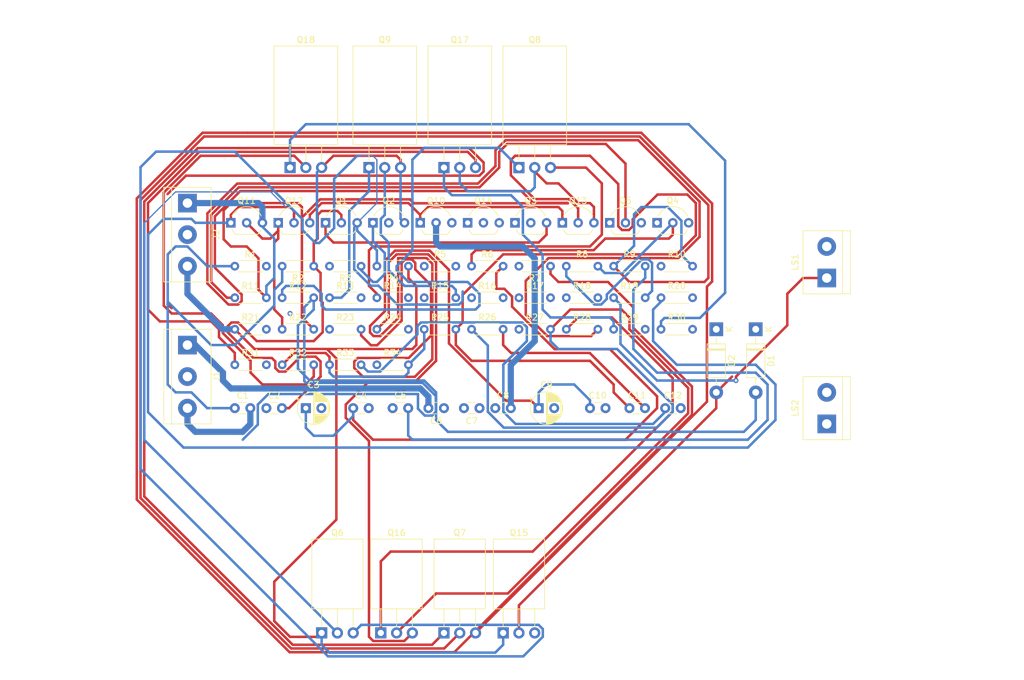
<source format=kicad_pcb>
(kicad_pcb (version 20171130) (host pcbnew "(5.1.6)-1")
  (layers (0 F.Cu signal) (31 B.Cu signal) (34 B.Paste user) (35 F.Paste user) (36 B.SilkS user) (37 F.SilkS user) (38 B.Mask user) (39 F.Mask user) (44 Edge.Cuts user))
  (net 0 "")
  (net 1 "Net-(C1-Pad1)")
  (net 2 "Net-(C1-Pad2)")
  (net 3 GND)
  (net 4 "Net-(C2-Pad2)")
  (net 5 "Net-(C3-Pad1)")
  (net 6 "Net-(C5-Pad1)")
  (net 7 "Net-(C5-Pad2)")
  (net 8 "Net-(C6-Pad2)")
  (net 9 "Net-(C6-Pad1)")
  (net 10 "Net-(C7-Pad1)")
  (net 11 "Net-(C8-Pad2)")
  (net 12 "Net-(C10-Pad1)")
  (net 13 "Net-(C11-Pad2)")
  (net 14 "Net-(C11-Pad1)")
  (net 15 "Net-(C12-Pad1)")
  (net 16 "Net-(D1-Pad2)")
  (net 17 "Net-(D1-Pad1)")
  (net 18 "Net-(D2-Pad1)")
  (net 19 "Net-(D2-Pad2)")
  (net 20 VSS)
  (net 21 VCC)
  (net 22 "Net-(LS1-Pad1)")
  (net 23 "Net-(LS2-Pad1)")
  (net 24 "Net-(Q1-Pad1)")
  (net 25 "Net-(Q1-Pad3)")
  (net 26 "Net-(Q2-Pad2)")
  (net 27 "Net-(Q2-Pad1)")
  (net 28 "Net-(Q5-Pad3)")
  (net 29 "Net-(Q5-Pad2)")
  (net 30 "Net-(Q7-Pad2)")
  (net 31 "Net-(Q8-Pad3)")
  (net 32 "Net-(Q8-Pad1)")
  (net 33 "Net-(Q9-Pad2)")
  (net 34 "Net-(Q9-Pad1)")
  (net 35 "Net-(Q10-Pad1)")
  (net 36 "Net-(Q10-Pad3)")
  (net 37 "Net-(Q11-Pad2)")
  (net 38 "Net-(Q11-Pad1)")
  (net 39 "Net-(Q14-Pad2)")
  (net 40 "Net-(Q14-Pad3)")
  (net 41 "Net-(Q16-Pad2)")
  (net 42 "Net-(Q17-Pad1)")
  (net 43 "Net-(Q17-Pad3)")
  (net 44 "Net-(Q18-Pad1)")
  (net 45 "Net-(Q18-Pad2)")
  (net 46 "Net-(R14-Pad2)")
  (net 47 "Net-(R25-Pad1)")
  (module Resistor_THT:R_Axial_DIN0204_L3.6mm_D1.6mm_P5.08mm_Horizontal (layer F.Cu) (at 112.395 83.82 180)
    (fp_text reference R2 (at 2.54 -1.92) (layer F.SilkS))
    (fp_text value 4.7k)
    (pad 1 thru_hole circle (at 0 0 180) (size 1.4 1.4) (drill 0.7) (layers *.Cu *.Mask) (net 4 "Net-(C2-Pad2)"))
    (pad 2 thru_hole oval (at 5.08 0 180) (size 1.4 1.4) (drill 0.7) (layers *.Cu *.Mask) (net 1 "Net-(C1-Pad1)"))
  )
  (module Resistor_THT:R_Axial_DIN0204_L3.6mm_D1.6mm_P5.08mm_Horizontal (layer F.Cu) (at 99.695 93.98)
    (fp_text reference R21 (at 2.54 -1.92) (layer F.SilkS))
    (fp_text value 1k)
    (pad 2 thru_hole oval (at 5.08 0) (size 1.4 1.4) (drill 0.7) (layers *.Cu *.Mask) (net 36 "Net-(Q10-Pad3)"))
    (pad 1 thru_hole circle (at 0 0) (size 1.4 1.4) (drill 0.7) (layers *.Cu *.Mask) (net 21 VCC))
  )
  (module Capacitor_THT:C_Disc_D3.0mm_W1.6mm_P2.50mm (layer F.Cu) (at 163.195 106.68)
    (fp_text reference C11 (at 1.25 -2.05) (layer F.SilkS))
    (fp_text value 100pf)
    (pad 2 thru_hole circle (at 2.5 0) (size 1.6 1.6) (drill 0.8) (layers *.Cu *.Mask) (net 13 "Net-(C11-Pad2)"))
    (pad 1 thru_hole circle (at 0 0) (size 1.6 1.6) (drill 0.8) (layers *.Cu *.Mask) (net 14 "Net-(C11-Pad1)"))
  )
  (module Resistor_THT:R_Axial_DIN0204_L3.6mm_D1.6mm_P5.08mm_Horizontal (layer F.Cu) (at 153.035 88.9)
    (fp_text reference R18 (at 2.54 -1.92) (layer F.SilkS))
    (fp_text value 4.7k)
    (pad 1 thru_hole circle (at 0 0) (size 1.4 1.4) (drill 0.7) (layers *.Cu *.Mask) (net 11 "Net-(C8-Pad2)"))
    (pad 2 thru_hole oval (at 5.08 0) (size 1.4 1.4) (drill 0.7) (layers *.Cu *.Mask) (net 9 "Net-(C6-Pad1)"))
  )
  (module Capacitor_THT:C_Disc_D3.0mm_W1.6mm_P2.50mm (layer F.Cu) (at 99.695 106.68)
    (fp_text reference C1 (at 1.25 -2.05) (layer F.SilkS))
    (fp_text value 470n)
    (pad 1 thru_hole circle (at 0 0) (size 1.6 1.6) (drill 0.8) (layers *.Cu *.Mask) (net 1 "Net-(C1-Pad1)"))
    (pad 2 thru_hole circle (at 2.5 0) (size 1.6 1.6) (drill 0.8) (layers *.Cu *.Mask) (net 2 "Net-(C1-Pad2)"))
  )
  (module Capacitor_THT:C_Disc_D3.0mm_W1.6mm_P2.50mm (layer F.Cu) (at 104.775 106.68)
    (fp_text reference C2 (at 1.25 -2.05) (layer F.SilkS))
    (fp_text value 470pf)
    (pad 1 thru_hole circle (at 0 0) (size 1.6 1.6) (drill 0.8) (layers *.Cu *.Mask) (net 3 GND))
    (pad 2 thru_hole circle (at 2.5 0) (size 1.6 1.6) (drill 0.8) (layers *.Cu *.Mask) (net 4 "Net-(C2-Pad2)"))
  )
  (module Capacitor_THT:CP_Radial_D5.0mm_P2.50mm (layer F.Cu) (at 111.125 106.68)
    (fp_text reference C3 (at 1.25 -3.75) (layer F.SilkS))
    (fp_text value 47u)
    (pad 1 thru_hole rect (at 0 0) (size 1.6 1.6) (drill 0.8) (layers *.Cu *.Mask) (net 5 "Net-(C3-Pad1)"))
    (pad 2 thru_hole circle (at 2.5 0) (size 1.6 1.6) (drill 0.8) (layers *.Cu *.Mask) (net 3 GND))
  )
  (module Capacitor_THT:C_Disc_D3.0mm_W1.6mm_P2.50mm (layer F.Cu) (at 118.745 106.68)
    (fp_text reference C4 (at 1.25 -2.05) (layer F.SilkS))
    (fp_text value 100n)
    (pad 2 thru_hole circle (at 2.5 0) (size 1.6 1.6) (drill 0.8) (layers *.Cu *.Mask) (net 3 GND))
    (pad 1 thru_hole circle (at 0 0) (size 1.6 1.6) (drill 0.8) (layers *.Cu *.Mask) (net 5 "Net-(C3-Pad1)"))
  )
  (module Capacitor_THT:C_Disc_D3.0mm_W1.6mm_P2.50mm (layer F.Cu) (at 125.095 106.68)
    (fp_text reference C5 (at 1.25 -2.05) (layer F.SilkS))
    (fp_text value 100pf)
    (pad 1 thru_hole circle (at 0 0) (size 1.6 1.6) (drill 0.8) (layers *.Cu *.Mask) (net 6 "Net-(C5-Pad1)"))
    (pad 2 thru_hole circle (at 2.5 0) (size 1.6 1.6) (drill 0.8) (layers *.Cu *.Mask) (net 7 "Net-(C5-Pad2)"))
  )
  (module Capacitor_THT:C_Disc_D3.0mm_W1.6mm_P2.50mm (layer F.Cu) (at 133.35 106.68 180)
    (fp_text reference C6 (at 1.25 -2.05) (layer F.SilkS))
    (fp_text value 470n)
    (pad 2 thru_hole circle (at 2.5 0 180) (size 1.6 1.6) (drill 0.8) (layers *.Cu *.Mask) (net 8 "Net-(C6-Pad2)"))
    (pad 1 thru_hole circle (at 0 0 180) (size 1.6 1.6) (drill 0.8) (layers *.Cu *.Mask) (net 9 "Net-(C6-Pad1)"))
  )
  (module Capacitor_THT:C_Disc_D3.0mm_W1.6mm_P2.50mm (layer F.Cu) (at 139.065 106.68 180)
    (fp_text reference C7 (at 1.25 -2.05) (layer F.SilkS))
    (fp_text value 100n)
    (pad 2 thru_hole circle (at 2.5 0 180) (size 1.6 1.6) (drill 0.8) (layers *.Cu *.Mask) (net 3 GND))
    (pad 1 thru_hole circle (at 0 0 180) (size 1.6 1.6) (drill 0.8) (layers *.Cu *.Mask) (net 10 "Net-(C7-Pad1)"))
  )
  (module Capacitor_THT:C_Disc_D3.0mm_W1.6mm_P2.50mm (layer F.Cu) (at 141.605 106.68)
    (fp_text reference C8 (at 1.25 -2.05) (layer F.SilkS))
    (fp_text value 470pf)
    (pad 1 thru_hole circle (at 0 0) (size 1.6 1.6) (drill 0.8) (layers *.Cu *.Mask) (net 3 GND))
    (pad 2 thru_hole circle (at 2.5 0) (size 1.6 1.6) (drill 0.8) (layers *.Cu *.Mask) (net 11 "Net-(C8-Pad2)"))
  )
  (module Capacitor_THT:CP_Radial_D5.0mm_P2.50mm (layer F.Cu) (at 148.59 106.68)
    (fp_text reference C9 (at 1.25 -3.75) (layer F.SilkS))
    (fp_text value 47u)
    (pad 2 thru_hole circle (at 2.5 0) (size 1.6 1.6) (drill 0.8) (layers *.Cu *.Mask) (net 3 GND))
    (pad 1 thru_hole rect (at 0 0) (size 1.6 1.6) (drill 0.8) (layers *.Cu *.Mask) (net 12 "Net-(C10-Pad1)"))
  )
  (module Capacitor_THT:C_Disc_D3.0mm_W1.6mm_P2.50mm (layer F.Cu) (at 156.845 106.68)
    (fp_text reference C10 (at 1.25 -2.05) (layer F.SilkS))
    (fp_text value 100n)
    (pad 2 thru_hole circle (at 2.5 0) (size 1.6 1.6) (drill 0.8) (layers *.Cu *.Mask) (net 3 GND))
    (pad 1 thru_hole circle (at 0 0) (size 1.6 1.6) (drill 0.8) (layers *.Cu *.Mask) (net 12 "Net-(C10-Pad1)"))
  )
  (module Capacitor_THT:C_Disc_D3.0mm_W1.6mm_P2.50mm (layer F.Cu) (at 168.95 106.68)
    (fp_text reference C12 (at 1.25 -2.05) (layer F.SilkS))
    (fp_text value 100n)
    (pad 1 thru_hole circle (at 0 0) (size 1.6 1.6) (drill 0.8) (layers *.Cu *.Mask) (net 15 "Net-(C12-Pad1)"))
    (pad 2 thru_hole circle (at 2.5 0) (size 1.6 1.6) (drill 0.8) (layers *.Cu *.Mask) (net 3 GND))
  )
  (module Diode_THT:D_DO-41_SOD81_P10.16mm_Horizontal (layer F.Cu) (at 183.515 93.98 270)
    (fp_text reference D1 (at 5.08 -2.47 90) (layer F.SilkS))
    (fp_text value 1N4002)
    (fp_text user K (at 0 -2.1 90) (layer F.SilkS))
    (pad 2 thru_hole oval (at 10.16 0 270) (size 2.2 2.2) (drill 1.1) (layers *.Cu *.Mask) (net 16 "Net-(D1-Pad2)"))
    (pad 1 thru_hole rect (at 0 0 270) (size 2.2 2.2) (drill 1.1) (layers *.Cu *.Mask) (net 17 "Net-(D1-Pad1)"))
  )
  (module Diode_THT:D_DO-41_SOD81_P10.16mm_Horizontal (layer F.Cu) (at 177.165 93.98 270)
    (fp_text reference D2 (at 5.08 -2.47 90) (layer F.SilkS))
    (fp_text value 1N4002)
    (fp_text user K (at 0 -2.1 90) (layer F.SilkS))
    (pad 1 thru_hole rect (at 0 0 270) (size 2.2 2.2) (drill 1.1) (layers *.Cu *.Mask) (net 18 "Net-(D2-Pad1)"))
    (pad 2 thru_hole oval (at 10.16 0 270) (size 2.2 2.2) (drill 1.1) (layers *.Cu *.Mask) (net 19 "Net-(D2-Pad2)"))
  )
  (module TerminalBlock:TerminalBlock_bornier-3_P5.08mm (layer F.Cu) (at 92.075 96.52 270)
    (fp_text reference J1 (at 5.05 -4.65 90) (layer F.SilkS))
    (fp_text value "R G L")
    (pad 3 thru_hole circle (at 10.16 0 270) (size 3 3) (drill 1.52) (layers *.Cu *.Mask) (net 2 "Net-(C1-Pad2)"))
    (pad 2 thru_hole circle (at 5.08 0 270) (size 3 3) (drill 1.52) (layers *.Cu *.Mask) (net 3 GND))
    (pad 1 thru_hole rect (at 0 0 270) (size 3 3) (drill 1.52) (layers *.Cu *.Mask) (net 8 "Net-(C6-Pad2)"))
  )
  (module TerminalBlock:TerminalBlock_bornier-3_P5.08mm (layer F.Cu) (at 92.075 73.66 270)
    (fp_text reference J2 (at 5.05 -4.65 90) (layer F.SilkS))
    (fp_text value PWR)
    (pad 1 thru_hole rect (at 0 0 270) (size 3 3) (drill 1.52) (layers *.Cu *.Mask) (net 20 VSS))
    (pad 2 thru_hole circle (at 5.08 0 270) (size 3 3) (drill 1.52) (layers *.Cu *.Mask) (net 3 GND))
    (pad 3 thru_hole circle (at 10.16 0 270) (size 3 3) (drill 1.52) (layers *.Cu *.Mask) (net 21 VCC))
  )
  (module TerminalBlock:TerminalBlock_bornier-2_P5.08mm (layer F.Cu) (at 194.945 85.725 90)
    (fp_text reference LS1 (at 2.54 -5.08 90) (layer F.SilkS))
    (fp_text value Speaker)
    (pad 2 thru_hole circle (at 5.08 0 90) (size 3 3) (drill 1.52) (layers *.Cu *.Mask) (net 3 GND))
    (pad 1 thru_hole rect (at 0 0 90) (size 3 3) (drill 1.52) (layers *.Cu *.Mask) (net 22 "Net-(LS1-Pad1)"))
  )
  (module TerminalBlock:TerminalBlock_bornier-2_P5.08mm (layer F.Cu) (at 194.945 109.22 90)
    (fp_text reference LS2 (at 2.54 -5.08 90) (layer F.SilkS))
    (fp_text value Speaker)
    (pad 1 thru_hole rect (at 0 0 90) (size 3 3) (drill 1.52) (layers *.Cu *.Mask) (net 23 "Net-(LS2-Pad1)"))
    (pad 2 thru_hole circle (at 5.08 0 90) (size 3 3) (drill 1.52) (layers *.Cu *.Mask) (net 3 GND))
  )
  (module TO_SOT_Packages_THT:TO-92_Inline_Wide (layer F.Cu) (at 114.3 76.835)
    (fp_text reference Q1 (at 2.54 -3.56 180) (layer F.SilkS))
    (fp_text value MPSA43)
    (pad 1 thru_hole rect (at 0 0 90) (size 1.52 1.52) (drill 0.8) (layers *.Cu *.Mask) (net 24 "Net-(Q1-Pad1)"))
    (pad 3 thru_hole circle (at 5.08 0 90) (size 1.52 1.52) (drill 0.8) (layers *.Cu *.Mask) (net 25 "Net-(Q1-Pad3)"))
    (pad 2 thru_hole circle (at 2.54 0 90) (size 1.52 1.52) (drill 0.8) (layers *.Cu *.Mask) (net 4 "Net-(C2-Pad2)"))
  )
  (module TO_SOT_Packages_THT:TO-92_Inline_Wide (layer F.Cu) (at 121.92 76.835)
    (fp_text reference Q2 (at 2.54 -3.56 180) (layer F.SilkS))
    (fp_text value BC546)
    (pad 2 thru_hole circle (at 2.54 0 90) (size 1.52 1.52) (drill 0.8) (layers *.Cu *.Mask) (net 26 "Net-(Q2-Pad2)"))
    (pad 3 thru_hole circle (at 5.08 0 90) (size 1.52 1.52) (drill 0.8) (layers *.Cu *.Mask) (net 20 VSS))
    (pad 1 thru_hole rect (at 0 0 90) (size 1.52 1.52) (drill 0.8) (layers *.Cu *.Mask) (net 27 "Net-(Q2-Pad1)"))
  )
  (module TO_SOT_Packages_THT:TO-92_Inline_Wide (layer F.Cu) (at 144.78 76.835)
    (fp_text reference Q3 (at 2.54 -3.56 180) (layer F.SilkS))
    (fp_text value MPSA43)
    (pad 2 thru_hole circle (at 2.54 0 90) (size 1.52 1.52) (drill 0.8) (layers *.Cu *.Mask) (net 27 "Net-(Q2-Pad1)"))
    (pad 3 thru_hole circle (at 5.08 0 90) (size 1.52 1.52) (drill 0.8) (layers *.Cu *.Mask) (net 24 "Net-(Q1-Pad1)"))
    (pad 1 thru_hole rect (at 0 0 90) (size 1.52 1.52) (drill 0.8) (layers *.Cu *.Mask) (net 26 "Net-(Q2-Pad2)"))
  )
  (module TO_SOT_Packages_THT:TO-92_Inline_Wide (layer F.Cu) (at 167.64 76.835)
    (fp_text reference Q4 (at 2.54 -3.56 180) (layer F.SilkS))
    (fp_text value MPSA43)
    (pad 2 thru_hole circle (at 2.54 0 90) (size 1.52 1.52) (drill 0.8) (layers *.Cu *.Mask) (net 6 "Net-(C5-Pad1)"))
    (pad 3 thru_hole circle (at 5.08 0 90) (size 1.52 1.52) (drill 0.8) (layers *.Cu *.Mask) (net 21 VCC))
    (pad 1 thru_hole rect (at 0 0 90) (size 1.52 1.52) (drill 0.8) (layers *.Cu *.Mask) (net 24 "Net-(Q1-Pad1)"))
  )
  (module TO_SOT_Packages_THT:TO-92_Inline_Wide (layer F.Cu) (at 160.02 76.835)
    (fp_text reference Q5 (at 2.54 -3.56 180) (layer F.SilkS))
    (fp_text value BC546)
    (pad 1 thru_hole rect (at 0 0 90) (size 1.52 1.52) (drill 0.8) (layers *.Cu *.Mask) (net 20 VSS))
    (pad 3 thru_hole circle (at 5.08 0 90) (size 1.52 1.52) (drill 0.8) (layers *.Cu *.Mask) (net 28 "Net-(Q5-Pad3)"))
    (pad 2 thru_hole circle (at 2.54 0 90) (size 1.52 1.52) (drill 0.8) (layers *.Cu *.Mask) (net 29 "Net-(Q5-Pad2)"))
  )
  (module TO_SOT_Packages_THT:TO-126_Horizontal (layer F.Cu) (at 113.665 142.875)
    (fp_text reference Q6 (at 2.54 -16.12) (layer F.SilkS))
    (fp_text value MJE350)
    (pad 3 thru_hole oval (at 5.08 0) (size 1.8 1.8) (drill 1) (layers *.Cu *.Mask) (net 25 "Net-(Q1-Pad3)"))
    (pad 2 thru_hole oval (at 2.54 0) (size 1.8 1.8) (drill 1) (layers *.Cu *.Mask) (net 16 "Net-(D1-Pad2)"))
    (pad 1 thru_hole rect (at 0 0) (size 1.8 1.8) (drill 1) (layers *.Cu *.Mask) (net 21 VCC))
    (pad 0 np_thru_hole oval (at 2.54 -11.1) (size 3.2 3.2) (drill 3.2) (layers *.Cu *.Mask))
  )
  (module TO_SOT_Packages_THT:TO-126_Horizontal (layer F.Cu) (at 133.35 142.875)
    (fp_text reference Q7 (at 2.54 -16.12) (layer F.SilkS))
    (fp_text value MJE340)
    (pad 3 thru_hole oval (at 5.08 0) (size 1.8 1.8) (drill 1) (layers *.Cu *.Mask) (net 28 "Net-(Q5-Pad3)"))
    (pad 2 thru_hole oval (at 2.54 0) (size 1.8 1.8) (drill 1) (layers *.Cu *.Mask) (net 30 "Net-(Q7-Pad2)"))
    (pad 1 thru_hole rect (at 0 0) (size 1.8 1.8) (drill 1) (layers *.Cu *.Mask) (net 29 "Net-(Q5-Pad2)"))
    (pad 0 np_thru_hole oval (at 2.54 -11.1) (size 3.2 3.2) (drill 3.2) (layers *.Cu *.Mask))
  )
  (module TO_SOT_Packages_THT:TO-220-3_Horizontal (layer F.Cu) (at 145.415 67.945)
    (fp_text reference Q8 (at 2.54 -20.58) (layer F.SilkS))
    (fp_text value IRFP244)
    (pad 3 thru_hole oval (at 5.08 0) (size 1.8 1.8) (drill 1) (layers *.Cu *.Mask) (net 31 "Net-(Q8-Pad3)"))
    (pad 2 thru_hole oval (at 2.54 0) (size 1.8 1.8) (drill 1) (layers *.Cu *.Mask) (net 21 VCC))
    (pad 1 thru_hole rect (at 0 0) (size 1.8 1.8) (drill 1) (layers *.Cu *.Mask) (net 32 "Net-(Q8-Pad1)"))
    (pad 0 np_thru_hole oval (at 2.54 -16.66) (size 3.5 3.5) (drill 3.5) (layers *.Cu *.Mask))
  )
  (module TO_SOT_Packages_THT:TO-220-3_Horizontal (layer F.Cu) (at 121.285 67.945)
    (fp_text reference Q9 (at 2.54 -20.58) (layer F.SilkS))
    (fp_text value IRFP9240)
    (pad 3 thru_hole oval (at 5.08 0) (size 1.8 1.8) (drill 1) (layers *.Cu *.Mask) (net 20 VSS))
    (pad 2 thru_hole oval (at 2.54 0) (size 1.8 1.8) (drill 1) (layers *.Cu *.Mask) (net 33 "Net-(Q9-Pad2)"))
    (pad 1 thru_hole rect (at 0 0) (size 1.8 1.8) (drill 1) (layers *.Cu *.Mask) (net 34 "Net-(Q9-Pad1)"))
    (pad 0 np_thru_hole oval (at 2.54 -16.66) (size 3.5 3.5) (drill 3.5) (layers *.Cu *.Mask))
  )
  (module TO_SOT_Packages_THT:TO-92_Inline_Wide (layer F.Cu) (at 129.54 76.835)
    (fp_text reference Q10 (at 2.54 -3.56 180) (layer F.SilkS))
    (fp_text value MPSA43)
    (pad 1 thru_hole rect (at 0 0 90) (size 1.52 1.52) (drill 0.8) (layers *.Cu *.Mask) (net 35 "Net-(Q10-Pad1)"))
    (pad 3 thru_hole circle (at 5.08 0 90) (size 1.52 1.52) (drill 0.8) (layers *.Cu *.Mask) (net 36 "Net-(Q10-Pad3)"))
    (pad 2 thru_hole circle (at 2.54 0 90) (size 1.52 1.52) (drill 0.8) (layers *.Cu *.Mask) (net 11 "Net-(C8-Pad2)"))
  )
  (module TO_SOT_Packages_THT:TO-92_Inline_Wide (layer F.Cu) (at 99.06 76.835)
    (fp_text reference Q11 (at 2.54 -3.56 180) (layer F.SilkS))
    (fp_text value BC546)
    (pad 2 thru_hole circle (at 2.54 0 90) (size 1.52 1.52) (drill 0.8) (layers *.Cu *.Mask) (net 37 "Net-(Q11-Pad2)"))
    (pad 3 thru_hole circle (at 5.08 0 90) (size 1.52 1.52) (drill 0.8) (layers *.Cu *.Mask) (net 20 VSS))
    (pad 1 thru_hole rect (at 0 0 90) (size 1.52 1.52) (drill 0.8) (layers *.Cu *.Mask) (net 38 "Net-(Q11-Pad1)"))
  )
  (module TO_SOT_Packages_THT:TO-92_Inline_Wide (layer F.Cu) (at 106.68 76.835)
    (fp_text reference Q12 (at 2.54 -3.56 180) (layer F.SilkS))
    (fp_text value MPSA43)
    (pad 1 thru_hole rect (at 0 0 90) (size 1.52 1.52) (drill 0.8) (layers *.Cu *.Mask) (net 37 "Net-(Q11-Pad2)"))
    (pad 3 thru_hole circle (at 5.08 0 90) (size 1.52 1.52) (drill 0.8) (layers *.Cu *.Mask) (net 35 "Net-(Q10-Pad1)"))
    (pad 2 thru_hole circle (at 2.54 0 90) (size 1.52 1.52) (drill 0.8) (layers *.Cu *.Mask) (net 38 "Net-(Q11-Pad1)"))
  )
  (module TO_SOT_Packages_THT:TO-92_Inline_Wide (layer F.Cu) (at 152.4 76.835)
    (fp_text reference Q13 (at 2.54 -3.56 180) (layer F.SilkS))
    (fp_text value MPSA43)
    (pad 1 thru_hole rect (at 0 0 90) (size 1.52 1.52) (drill 0.8) (layers *.Cu *.Mask) (net 35 "Net-(Q10-Pad1)"))
    (pad 3 thru_hole circle (at 5.08 0 90) (size 1.52 1.52) (drill 0.8) (layers *.Cu *.Mask) (net 21 VCC))
    (pad 2 thru_hole circle (at 2.54 0 90) (size 1.52 1.52) (drill 0.8) (layers *.Cu *.Mask) (net 14 "Net-(C11-Pad1)"))
  )
  (module TO_SOT_Packages_THT:TO-92_Inline_Wide (layer F.Cu) (at 137.16 76.835)
    (fp_text reference Q14 (at 2.54 -3.56 180) (layer F.SilkS))
    (fp_text value BC546)
    (pad 2 thru_hole circle (at 2.54 0 90) (size 1.52 1.52) (drill 0.8) (layers *.Cu *.Mask) (net 39 "Net-(Q14-Pad2)"))
    (pad 3 thru_hole circle (at 5.08 0 90) (size 1.52 1.52) (drill 0.8) (layers *.Cu *.Mask) (net 40 "Net-(Q14-Pad3)"))
    (pad 1 thru_hole rect (at 0 0 90) (size 1.52 1.52) (drill 0.8) (layers *.Cu *.Mask) (net 20 VSS))
  )
  (module TO_SOT_Packages_THT:TO-126_Horizontal (layer F.Cu) (at 142.875 142.875)
    (fp_text reference Q15 (at 2.54 -16.12) (layer F.SilkS))
    (fp_text value MJE350)
    (pad 0 np_thru_hole oval (at 2.54 -11.1) (size 3.2 3.2) (drill 3.2) (layers *.Cu *.Mask))
    (pad 1 thru_hole rect (at 0 0) (size 1.8 1.8) (drill 1) (layers *.Cu *.Mask) (net 21 VCC))
    (pad 2 thru_hole oval (at 2.54 0) (size 1.8 1.8) (drill 1) (layers *.Cu *.Mask) (net 19 "Net-(D2-Pad2)"))
    (pad 3 thru_hole oval (at 5.08 0) (size 1.8 1.8) (drill 1) (layers *.Cu *.Mask) (net 36 "Net-(Q10-Pad3)"))
  )
  (module TO_SOT_Packages_THT:TO-126_Horizontal (layer F.Cu) (at 123.19 142.875)
    (fp_text reference Q16 (at 2.54 -16.12) (layer F.SilkS))
    (fp_text value MJE340)
    (pad 0 np_thru_hole oval (at 2.54 -11.1) (size 3.2 3.2) (drill 3.2) (layers *.Cu *.Mask))
    (pad 1 thru_hole rect (at 0 0) (size 1.8 1.8) (drill 1) (layers *.Cu *.Mask) (net 39 "Net-(Q14-Pad2)"))
    (pad 2 thru_hole oval (at 2.54 0) (size 1.8 1.8) (drill 1) (layers *.Cu *.Mask) (net 41 "Net-(Q16-Pad2)"))
    (pad 3 thru_hole oval (at 5.08 0) (size 1.8 1.8) (drill 1) (layers *.Cu *.Mask) (net 40 "Net-(Q14-Pad3)"))
  )
  (module TO_SOT_Packages_THT:TO-220-3_Horizontal (layer F.Cu) (at 133.35 67.945)
    (fp_text reference Q17 (at 2.54 -20.58) (layer F.SilkS))
    (fp_text value IRFP244)
    (pad 0 np_thru_hole oval (at 2.54 -16.66) (size 3.5 3.5) (drill 3.5) (layers *.Cu *.Mask))
    (pad 1 thru_hole rect (at 0 0) (size 1.8 1.8) (drill 1) (layers *.Cu *.Mask) (net 42 "Net-(Q17-Pad1)"))
    (pad 2 thru_hole oval (at 2.54 0) (size 1.8 1.8) (drill 1) (layers *.Cu *.Mask) (net 21 VCC))
    (pad 3 thru_hole oval (at 5.08 0) (size 1.8 1.8) (drill 1) (layers *.Cu *.Mask) (net 43 "Net-(Q17-Pad3)"))
  )
  (module TO_SOT_Packages_THT:TO-220-3_Horizontal (layer F.Cu) (at 108.585 67.945)
    (fp_text reference Q18 (at 2.54 -20.58) (layer F.SilkS))
    (fp_text value IRFP9240)
    (pad 0 np_thru_hole oval (at 2.54 -16.66) (size 3.5 3.5) (drill 3.5) (layers *.Cu *.Mask))
    (pad 1 thru_hole rect (at 0 0) (size 1.8 1.8) (drill 1) (layers *.Cu *.Mask) (net 44 "Net-(Q18-Pad1)"))
    (pad 2 thru_hole oval (at 2.54 0) (size 1.8 1.8) (drill 1) (layers *.Cu *.Mask) (net 45 "Net-(Q18-Pad2)"))
    (pad 3 thru_hole oval (at 5.08 0) (size 1.8 1.8) (drill 1) (layers *.Cu *.Mask) (net 20 VSS))
  )
  (module Resistor_THT:R_Axial_DIN0204_L3.6mm_D1.6mm_P5.08mm_Horizontal (layer F.Cu) (at 99.695 83.82)
    (fp_text reference R1 (at 2.54 -1.92) (layer F.SilkS))
    (fp_text value 47k)
    (pad 1 thru_hole circle (at 0 0) (size 1.4 1.4) (drill 0.7) (layers *.Cu *.Mask) (net 1 "Net-(C1-Pad1)"))
    (pad 2 thru_hole oval (at 5.08 0) (size 1.4 1.4) (drill 0.7) (layers *.Cu *.Mask) (net 3 GND))
  )
  (module Resistor_THT:R_Axial_DIN0204_L3.6mm_D1.6mm_P5.08mm_Horizontal (layer F.Cu) (at 120.015 83.82 180)
    (fp_text reference R3 (at 2.54 -1.92) (layer F.SilkS))
    (fp_text value 22k)
    (pad 2 thru_hole oval (at 5.08 0 180) (size 1.4 1.4) (drill 0.7) (layers *.Cu *.Mask) (net 3 GND))
    (pad 1 thru_hole circle (at 0 0 180) (size 1.4 1.4) (drill 0.7) (layers *.Cu *.Mask) (net 27 "Net-(Q2-Pad1)"))
  )
  (module Resistor_THT:R_Axial_DIN0204_L3.6mm_D1.6mm_P5.08mm_Horizontal (layer F.Cu) (at 127.635 83.82 180)
    (fp_text reference R4 (at 2.54 -1.92) (layer F.SilkS))
    (fp_text value 1k)
    (pad 2 thru_hole oval (at 5.08 0 180) (size 1.4 1.4) (drill 0.7) (layers *.Cu *.Mask) (net 25 "Net-(Q1-Pad3)"))
    (pad 1 thru_hole circle (at 0 0 180) (size 1.4 1.4) (drill 0.7) (layers *.Cu *.Mask) (net 21 VCC))
  )
  (module Resistor_THT:R_Axial_DIN0204_L3.6mm_D1.6mm_P5.08mm_Horizontal (layer F.Cu) (at 130.175 83.82)
    (fp_text reference R5 (at 2.54 -1.92) (layer F.SilkS))
    (fp_text value 330)
    (pad 2 thru_hole oval (at 5.08 0) (size 1.4 1.4) (drill 0.7) (layers *.Cu *.Mask) (net 20 VSS))
    (pad 1 thru_hole circle (at 0 0) (size 1.4 1.4) (drill 0.7) (layers *.Cu *.Mask) (net 26 "Net-(Q2-Pad2)"))
  )
  (module Resistor_THT:R_Axial_DIN0204_L3.6mm_D1.6mm_P5.08mm_Horizontal (layer F.Cu) (at 137.795 83.82)
    (fp_text reference R6 (at 2.54 -1.92) (layer F.SilkS))
    (fp_text value 1.5k)
    (pad 2 thru_hole oval (at 5.08 0) (size 1.4 1.4) (drill 0.7) (layers *.Cu *.Mask) (net 5 "Net-(C3-Pad1)"))
    (pad 1 thru_hole circle (at 0 0) (size 1.4 1.4) (drill 0.7) (layers *.Cu *.Mask) (net 6 "Net-(C5-Pad1)"))
  )
  (module Resistor_THT:R_Axial_DIN0204_L3.6mm_D1.6mm_P5.08mm_Horizontal (layer F.Cu) (at 150.495 83.82 180)
    (fp_text reference R7 (at 2.54 -1.92) (layer F.SilkS))
    (fp_text value 15k)
    (pad 2 thru_hole oval (at 5.08 0 180) (size 1.4 1.4) (drill 0.7) (layers *.Cu *.Mask) (net 3 GND))
    (pad 1 thru_hole circle (at 0 0 180) (size 1.4 1.4) (drill 0.7) (layers *.Cu *.Mask) (net 28 "Net-(Q5-Pad3)"))
  )
  (module Resistor_THT:R_Axial_DIN0204_L3.6mm_D1.6mm_P5.08mm_Horizontal (layer F.Cu) (at 153.035 83.82)
    (fp_text reference R8 (at 2.54 -1.92) (layer F.SilkS))
    (fp_text value 33k)
    (pad 2 thru_hole oval (at 5.08 0) (size 1.4 1.4) (drill 0.7) (layers *.Cu *.Mask) (net 6 "Net-(C5-Pad1)"))
    (pad 1 thru_hole circle (at 0 0) (size 1.4 1.4) (drill 0.7) (layers *.Cu *.Mask) (net 46 "Net-(R14-Pad2)"))
  )
  (module Resistor_THT:R_Axial_DIN0204_L3.6mm_D1.6mm_P5.08mm_Horizontal (layer F.Cu) (at 160.655 83.82)
    (fp_text reference R9 (at 2.54 -1.92) (layer F.SilkS))
    (fp_text value 150k)
    (pad 1 thru_hole circle (at 0 0) (size 1.4 1.4) (drill 0.7) (layers *.Cu *.Mask) (net 30 "Net-(Q7-Pad2)"))
    (pad 2 thru_hole oval (at 5.08 0) (size 1.4 1.4) (drill 0.7) (layers *.Cu *.Mask) (net 7 "Net-(C5-Pad2)"))
  )
  (module Resistor_THT:R_Axial_DIN0204_L3.6mm_D1.6mm_P5.08mm_Horizontal (layer F.Cu) (at 168.275 83.82)
    (fp_text reference R10 (at 2.54 -1.92) (layer F.SilkS))
    (fp_text value 390)
    (pad 2 thru_hole oval (at 5.08 0) (size 1.4 1.4) (drill 0.7) (layers *.Cu *.Mask) (net 30 "Net-(Q7-Pad2)"))
    (pad 1 thru_hole circle (at 0 0) (size 1.4 1.4) (drill 0.7) (layers *.Cu *.Mask) (net 17 "Net-(D1-Pad1)"))
  )
  (module Resistor_THT:R_Axial_DIN0204_L3.6mm_D1.6mm_P5.08mm_Horizontal (layer F.Cu) (at 99.695 88.9)
    (fp_text reference R11 (at 2.54 -1.92) (layer F.SilkS))
    (fp_text value 39)
    (pad 1 thru_hole circle (at 0 0) (size 1.4 1.4) (drill 0.7) (layers *.Cu *.Mask) (net 29 "Net-(Q5-Pad2)"))
    (pad 2 thru_hole oval (at 5.08 0) (size 1.4 1.4) (drill 0.7) (layers *.Cu *.Mask) (net 20 VSS))
  )
  (module Resistor_THT:R_Axial_DIN0204_L3.6mm_D1.6mm_P5.08mm_Horizontal (layer F.Cu) (at 107.315 88.9)
    (fp_text reference R12 (at 2.54 -1.92) (layer F.SilkS))
    (fp_text value 330)
    (pad 2 thru_hole oval (at 5.08 0) (size 1.4 1.4) (drill 0.7) (layers *.Cu *.Mask) (net 16 "Net-(D1-Pad2)"))
    (pad 1 thru_hole circle (at 0 0) (size 1.4 1.4) (drill 0.7) (layers *.Cu *.Mask) (net 32 "Net-(Q8-Pad1)"))
  )
  (module Resistor_THT:R_Axial_DIN0204_L3.6mm_D1.6mm_P5.08mm_Horizontal (layer F.Cu) (at 114.935 88.9)
    (fp_text reference R13 (at 2.54 -1.92) (layer F.SilkS))
    (fp_text value 330)
    (pad 1 thru_hole circle (at 0 0) (size 1.4 1.4) (drill 0.7) (layers *.Cu *.Mask) (net 34 "Net-(Q9-Pad1)"))
    (pad 2 thru_hole oval (at 5.08 0) (size 1.4 1.4) (drill 0.7) (layers *.Cu *.Mask) (net 30 "Net-(Q7-Pad2)"))
  )
  (module Resistor_THT:R_Axial_DIN0204_L3.6mm_D1.6mm_P5.08mm_Horizontal (layer F.Cu) (at 122.555 88.9)
    (fp_text reference R14 (at 2.54 -1.92) (layer F.SilkS))
    (fp_text value 0R33)
    (pad 1 thru_hole circle (at 0 0) (size 1.4 1.4) (drill 0.7) (layers *.Cu *.Mask) (net 31 "Net-(Q8-Pad3)"))
    (pad 2 thru_hole oval (at 5.08 0) (size 1.4 1.4) (drill 0.7) (layers *.Cu *.Mask) (net 46 "Net-(R14-Pad2)"))
  )
  (module Resistor_THT:R_Axial_DIN0204_L3.6mm_D1.6mm_P5.08mm_Horizontal (layer F.Cu) (at 130.175 88.9)
    (fp_text reference R15 (at 2.54 -1.92) (layer F.SilkS))
    (fp_text value 0R33)
    (pad 2 thru_hole oval (at 5.08 0) (size 1.4 1.4) (drill 0.7) (layers *.Cu *.Mask) (net 33 "Net-(Q9-Pad2)"))
    (pad 1 thru_hole circle (at 0 0) (size 1.4 1.4) (drill 0.7) (layers *.Cu *.Mask) (net 46 "Net-(R14-Pad2)"))
  )
  (module Resistor_THT:R_Axial_DIN0204_L3.6mm_D1.6mm_P5.08mm_Horizontal (layer F.Cu) (at 137.795 88.9)
    (fp_text reference R16 (at 2.54 -1.92) (layer F.SilkS))
    (fp_text value 47k)
    (pad 1 thru_hole circle (at 0 0) (size 1.4 1.4) (drill 0.7) (layers *.Cu *.Mask) (net 9 "Net-(C6-Pad1)"))
    (pad 2 thru_hole oval (at 5.08 0) (size 1.4 1.4) (drill 0.7) (layers *.Cu *.Mask) (net 3 GND))
  )
  (module Resistor_THT:R_Axial_DIN0204_L3.6mm_D1.6mm_P5.08mm_Horizontal (layer F.Cu) (at 145.415 88.9)
    (fp_text reference R17 (at 2.54 -1.92) (layer F.SilkS))
    (fp_text value 10)
    (pad 1 thru_hole circle (at 0 0) (size 1.4 1.4) (drill 0.7) (layers *.Cu *.Mask) (net 46 "Net-(R14-Pad2)"))
    (pad 2 thru_hole oval (at 5.08 0) (size 1.4 1.4) (drill 0.7) (layers *.Cu *.Mask) (net 10 "Net-(C7-Pad1)"))
  )
  (module Resistor_THT:R_Axial_DIN0204_L3.6mm_D1.6mm_P5.08mm_Horizontal (layer F.Cu) (at 160.655 88.9)
    (fp_text reference R19 (at 2.54 -1.92) (layer F.SilkS))
    (fp_text value 220)
    (pad 2 thru_hole oval (at 5.08 0) (size 1.4 1.4) (drill 0.7) (layers *.Cu *.Mask) (net 46 "Net-(R14-Pad2)"))
    (pad 1 thru_hole circle (at 0 0) (size 1.4 1.4) (drill 0.7) (layers *.Cu *.Mask) (net 22 "Net-(LS1-Pad1)"))
  )
  (module Resistor_THT:R_Axial_DIN0204_L3.6mm_D1.6mm_P5.08mm_Horizontal (layer F.Cu) (at 168.275 88.9)
    (fp_text reference R20 (at 2.54 -1.92) (layer F.SilkS))
    (fp_text value 22k)
    (pad 2 thru_hole oval (at 5.08 0) (size 1.4 1.4) (drill 0.7) (layers *.Cu *.Mask) (net 3 GND))
    (pad 1 thru_hole circle (at 0 0) (size 1.4 1.4) (drill 0.7) (layers *.Cu *.Mask) (net 38 "Net-(Q11-Pad1)"))
  )
  (module Resistor_THT:R_Axial_DIN0204_L3.6mm_D1.6mm_P5.08mm_Horizontal (layer F.Cu) (at 107.315 93.98)
    (fp_text reference R22 (at 2.54 -1.92) (layer F.SilkS))
    (fp_text value 330)
    (pad 1 thru_hole circle (at 0 0) (size 1.4 1.4) (drill 0.7) (layers *.Cu *.Mask) (net 37 "Net-(Q11-Pad2)"))
    (pad 2 thru_hole oval (at 5.08 0) (size 1.4 1.4) (drill 0.7) (layers *.Cu *.Mask) (net 20 VSS))
  )
  (module Resistor_THT:R_Axial_DIN0204_L3.6mm_D1.6mm_P5.08mm_Horizontal (layer F.Cu) (at 114.935 93.98)
    (fp_text reference R23 (at 2.54 -1.92) (layer F.SilkS))
    (fp_text value 1.5k)
    (pad 1 thru_hole circle (at 0 0) (size 1.4 1.4) (drill 0.7) (layers *.Cu *.Mask) (net 14 "Net-(C11-Pad1)"))
    (pad 2 thru_hole oval (at 5.08 0) (size 1.4 1.4) (drill 0.7) (layers *.Cu *.Mask) (net 12 "Net-(C10-Pad1)"))
  )
  (module Resistor_THT:R_Axial_DIN0204_L3.6mm_D1.6mm_P5.08mm_Horizontal (layer F.Cu) (at 122.555 93.98)
    (fp_text reference R24 (at 2.54 -1.92) (layer F.SilkS))
    (fp_text value 15k)
    (pad 1 thru_hole circle (at 0 0) (size 1.4 1.4) (drill 0.7) (layers *.Cu *.Mask) (net 40 "Net-(Q14-Pad3)"))
    (pad 2 thru_hole oval (at 5.08 0) (size 1.4 1.4) (drill 0.7) (layers *.Cu *.Mask) (net 3 GND))
  )
  (module Resistor_THT:R_Axial_DIN0204_L3.6mm_D1.6mm_P5.08mm_Horizontal (layer F.Cu) (at 130.175 93.98)
    (fp_text reference R25 (at 2.54 -1.92) (layer F.SilkS))
    (fp_text value 33k)
    (pad 1 thru_hole circle (at 0 0) (size 1.4 1.4) (drill 0.7) (layers *.Cu *.Mask) (net 47 "Net-(R25-Pad1)"))
    (pad 2 thru_hole oval (at 5.08 0) (size 1.4 1.4) (drill 0.7) (layers *.Cu *.Mask) (net 14 "Net-(C11-Pad1)"))
  )
  (module Resistor_THT:R_Axial_DIN0204_L3.6mm_D1.6mm_P5.08mm_Horizontal (layer F.Cu) (at 137.795 93.98)
    (fp_text reference R26 (at 2.54 -1.92) (layer F.SilkS))
    (fp_text value 150k)
    (pad 2 thru_hole oval (at 5.08 0) (size 1.4 1.4) (drill 0.7) (layers *.Cu *.Mask) (net 13 "Net-(C11-Pad2)"))
    (pad 1 thru_hole circle (at 0 0) (size 1.4 1.4) (drill 0.7) (layers *.Cu *.Mask) (net 41 "Net-(Q16-Pad2)"))
  )
  (module Resistor_THT:R_Axial_DIN0204_L3.6mm_D1.6mm_P5.08mm_Horizontal (layer F.Cu) (at 145.415 93.98)
    (fp_text reference R27 (at 2.54 -1.92) (layer F.SilkS))
    (fp_text value 390)
    (pad 2 thru_hole oval (at 5.08 0) (size 1.4 1.4) (drill 0.7) (layers *.Cu *.Mask) (net 41 "Net-(Q16-Pad2)"))
    (pad 1 thru_hole circle (at 0 0) (size 1.4 1.4) (drill 0.7) (layers *.Cu *.Mask) (net 18 "Net-(D2-Pad1)"))
  )
  (module Resistor_THT:R_Axial_DIN0204_L3.6mm_D1.6mm_P5.08mm_Horizontal (layer F.Cu) (at 153.035 93.98)
    (fp_text reference R28 (at 2.54 -1.92) (layer F.SilkS))
    (fp_text value 39)
    (pad 1 thru_hole circle (at 0 0) (size 1.4 1.4) (drill 0.7) (layers *.Cu *.Mask) (net 39 "Net-(Q14-Pad2)"))
    (pad 2 thru_hole oval (at 5.08 0) (size 1.4 1.4) (drill 0.7) (layers *.Cu *.Mask) (net 20 VSS))
  )
  (module Resistor_THT:R_Axial_DIN0204_L3.6mm_D1.6mm_P5.08mm_Horizontal (layer F.Cu) (at 160.655 93.98)
    (fp_text reference R29 (at 2.54 -1.92) (layer F.SilkS))
    (fp_text value 330)
    (pad 2 thru_hole oval (at 5.08 0) (size 1.4 1.4) (drill 0.7) (layers *.Cu *.Mask) (net 19 "Net-(D2-Pad2)"))
    (pad 1 thru_hole circle (at 0 0) (size 1.4 1.4) (drill 0.7) (layers *.Cu *.Mask) (net 42 "Net-(Q17-Pad1)"))
  )
  (module Resistor_THT:R_Axial_DIN0204_L3.6mm_D1.6mm_P5.08mm_Horizontal (layer F.Cu) (at 168.275 93.98)
    (fp_text reference R30 (at 2.54 -1.92) (layer F.SilkS))
    (fp_text value 330)
    (pad 1 thru_hole circle (at 0 0) (size 1.4 1.4) (drill 0.7) (layers *.Cu *.Mask) (net 44 "Net-(Q18-Pad1)"))
    (pad 2 thru_hole oval (at 5.08 0) (size 1.4 1.4) (drill 0.7) (layers *.Cu *.Mask) (net 41 "Net-(Q16-Pad2)"))
  )
  (module Resistor_THT:R_Axial_DIN0204_L3.6mm_D1.6mm_P5.08mm_Horizontal (layer F.Cu) (at 99.695 99.695)
    (fp_text reference R31 (at 2.54 -1.92) (layer F.SilkS))
    (fp_text value 0R33)
    (pad 1 thru_hole circle (at 0 0) (size 1.4 1.4) (drill 0.7) (layers *.Cu *.Mask) (net 43 "Net-(Q17-Pad3)"))
    (pad 2 thru_hole oval (at 5.08 0) (size 1.4 1.4) (drill 0.7) (layers *.Cu *.Mask) (net 47 "Net-(R25-Pad1)"))
  )
  (module Resistor_THT:R_Axial_DIN0204_L3.6mm_D1.6mm_P5.08mm_Horizontal (layer F.Cu) (at 107.315 99.695)
    (fp_text reference R32 (at 2.54 -1.92) (layer F.SilkS))
    (fp_text value 0R33)
    (pad 2 thru_hole oval (at 5.08 0) (size 1.4 1.4) (drill 0.7) (layers *.Cu *.Mask) (net 45 "Net-(Q18-Pad2)"))
    (pad 1 thru_hole circle (at 0 0) (size 1.4 1.4) (drill 0.7) (layers *.Cu *.Mask) (net 47 "Net-(R25-Pad1)"))
  )
  (module Resistor_THT:R_Axial_DIN0204_L3.6mm_D1.6mm_P5.08mm_Horizontal (layer F.Cu) (at 114.935 99.695)
    (fp_text reference R33 (at 2.54 -1.92) (layer F.SilkS))
    (fp_text value 10)
    (pad 2 thru_hole oval (at 5.08 0) (size 1.4 1.4) (drill 0.7) (layers *.Cu *.Mask) (net 15 "Net-(C12-Pad1)"))
    (pad 1 thru_hole circle (at 0 0) (size 1.4 1.4) (drill 0.7) (layers *.Cu *.Mask) (net 47 "Net-(R25-Pad1)"))
  )
  (module Resistor_THT:R_Axial_DIN0204_L3.6mm_D1.6mm_P5.08mm_Horizontal (layer F.Cu) (at 122.555 99.695)
    (fp_text reference R34 (at 2.54 -1.92) (layer F.SilkS))
    (fp_text value 220)
    (pad 1 thru_hole circle (at 0 0) (size 1.4 1.4) (drill 0.7) (layers *.Cu *.Mask) (net 23 "Net-(LS2-Pad1)"))
    (pad 2 thru_hole oval (at 5.08 0) (size 1.4 1.4) (drill 0.7) (layers *.Cu *.Mask) (net 47 "Net-(R25-Pad1)"))
  )
  (via (at 108.585 91.44) (size 0.8) (drill 0.4) (layers F.Cu B.Cu) (net 0))
  (segment (start 99.695 83.82) (end 95.25 83.82) (width 0.4) (layer B.Cu) (net 1))
  (segment (start 107.315 86.36) (end 107.315 83.82) (width 0.4) (layer B.Cu) (net 1))
  (segment (start 106.045 87.63) (end 107.315 86.36) (width 0.4) (layer B.Cu) (net 1))
  (segment (start 106.045 90.17) (end 106.045 87.63) (width 0.4) (layer B.Cu) (net 1))
  (segment (start 105.41 90.805) (end 106.045 90.17) (width 0.4) (layer B.Cu) (net 1))
  (segment (start 99.695 96.52) (end 105.41 90.805) (width 0.4) (layer B.Cu) (net 1))
  (segment (start 95.885 96.52) (end 99.695 96.52) (width 0.4) (layer B.Cu) (net 1))
  (segment (start 88.9 89.535) (end 95.885 96.52) (width 0.4) (layer B.Cu) (net 1))
  (segment (start 88.9 81.915) (end 88.9 89.535) (width 0.4) (layer B.Cu) (net 1))
  (segment (start 90.17 80.645) (end 88.9 81.915) (width 0.4) (layer B.Cu) (net 1))
  (segment (start 92.075 80.645) (end 90.17 80.645) (width 0.4) (layer B.Cu) (net 1))
  (segment (start 95.25 83.82) (end 92.075 80.645) (width 0.4) (layer B.Cu) (net 1))
  (segment (start 99.695 106.68) (end 95.25 106.68) (width 0.4) (layer B.Cu) (net 1))
  (segment (start 88.9 102.87) (end 88.9 89.535) (width 0.4) (layer B.Cu) (net 1))
  (segment (start 90.17 104.14) (end 88.9 102.87) (width 0.4) (layer B.Cu) (net 1))
  (segment (start 92.71 104.14) (end 90.17 104.14) (width 0.4) (layer B.Cu) (net 1))
  (segment (start 95.25 106.68) (end 92.71 104.14) (width 0.4) (layer B.Cu) (net 1))
  (segment (start 92.075 106.68) (end 92.075 109.22) (width 1) (layer B.Cu) (net 2))
  (segment (start 102.195 109.26) (end 102.195 106.68) (width 1) (layer B.Cu) (net 2))
  (segment (start 100.965 110.49) (end 102.195 109.26) (width 1) (layer B.Cu) (net 2))
  (segment (start 93.345 110.49) (end 100.965 110.49) (width 1) (layer B.Cu) (net 2))
  (segment (start 92.075 109.22) (end 93.345 110.49) (width 1) (layer B.Cu) (net 2))
  (segment (start 112.395 83.82) (end 112.395 80.01) (width 0.4) (layer F.Cu) (net 4))
  (segment (start 116.84 75.565) (end 116.84 76.835) (width 0.4) (layer F.Cu) (net 4))
  (segment (start 116.205 74.93) (end 116.84 75.565) (width 0.4) (layer F.Cu) (net 4))
  (segment (start 113.665 74.93) (end 116.205 74.93) (width 0.4) (layer F.Cu) (net 4))
  (segment (start 113.03 75.565) (end 113.665 74.93) (width 0.4) (layer F.Cu) (net 4))
  (segment (start 113.03 79.375) (end 113.03 75.565) (width 0.4) (layer F.Cu) (net 4))
  (segment (start 112.395 80.01) (end 113.03 79.375) (width 0.4) (layer F.Cu) (net 4))
  (segment (start 100.223001 92.879999) (end 103.228002 95.885) (width 0.4) (layer F.Cu) (net 4))
  (segment (start 99.166999 92.879999) (end 100.223001 92.879999) (width 0.4) (layer F.Cu) (net 4))
  (segment (start 98.594999 93.451999) (end 99.166999 92.879999) (width 0.4) (layer F.Cu) (net 4))
  (segment (start 98.594999 94.508001) (end 98.594999 93.451999) (width 0.4) (layer F.Cu) (net 4))
  (segment (start 113.495001 99.166999) (end 112.718012 98.39001) (width 0.4) (layer F.Cu) (net 4))
  (segment (start 113.495001 101.591369) (end 113.495001 99.166999) (width 0.4) (layer F.Cu) (net 4))
  (segment (start 107.275 106.68) (end 108.40637 106.68) (width 0.4) (layer F.Cu) (net 4))
  (segment (start 106.214999 99.166999) (end 105.642999 98.594999) (width 0.4) (layer F.Cu) (net 4))
  (segment (start 102.681997 98.594999) (end 98.594999 94.508001) (width 0.4) (layer F.Cu) (net 4))
  (segment (start 112.718012 98.39001) (end 110.247992 98.39001) (width 0.4) (layer F.Cu) (net 4))
  (segment (start 108.40637 106.68) (end 113.495001 101.591369) (width 0.4) (layer F.Cu) (net 4))
  (segment (start 110.247992 98.39001) (end 107.843001 100.795001) (width 0.4) (layer F.Cu) (net 4))
  (segment (start 107.843001 100.795001) (end 106.786999 100.795001) (width 0.4) (layer F.Cu) (net 4))
  (segment (start 106.786999 100.795001) (end 106.214999 100.223001) (width 0.4) (layer F.Cu) (net 4))
  (segment (start 106.214999 100.223001) (end 106.214999 99.166999) (width 0.4) (layer F.Cu) (net 4))
  (segment (start 105.642999 98.594999) (end 102.681997 98.594999) (width 0.4) (layer F.Cu) (net 4))
  (segment (start 112.395 95.885) (end 113.834999 94.445001) (width 0.4) (layer F.Cu) (net 4))
  (segment (start 103.228002 95.885) (end 112.395 95.885) (width 0.4) (layer F.Cu) (net 4))
  (segment (start 113.495001 84.920001) (end 112.395 83.82) (width 0.4) (layer F.Cu) (net 4))
  (segment (start 113.495001 89.365001) (end 113.495001 84.920001) (width 0.4) (layer F.Cu) (net 4))
  (segment (start 113.834999 89.704999) (end 113.495001 89.365001) (width 0.4) (layer F.Cu) (net 4))
  (segment (start 113.834999 94.445001) (end 113.834999 89.704999) (width 0.4) (layer F.Cu) (net 4))
  (segment (start 118.745 106.68) (end 118.745 107.95) (width 0.4) (layer B.Cu) (net 5))
  (segment (start 118.745 107.95) (end 115.57 111.125) (width 0.4) (layer B.Cu) (net 5))
  (segment (start 115.57 111.125) (end 112.395 111.125) (width 0.4) (layer B.Cu) (net 5))
  (segment (start 111.125 109.855) (end 111.125 106.68) (width 0.4) (layer B.Cu) (net 5))
  (segment (start 112.395 111.125) (end 111.125 109.855) (width 0.4) (layer B.Cu) (net 5))
  (segment (start 118.745 108.585) (end 118.745 106.68) (width 0.4) (layer F.Cu) (net 5))
  (segment (start 144.314999 88.711997) (end 144.314999 90.339999) (width 0.4) (layer F.Cu) (net 5))
  (segment (start 121.92 111.76) (end 118.745 108.585) (width 0.4) (layer F.Cu) (net 5))
  (segment (start 143.063003 87.460001) (end 144.314999 88.711997) (width 0.4) (layer F.Cu) (net 5))
  (segment (start 141.774999 87.460001) (end 143.063003 87.460001) (width 0.4) (layer F.Cu) (net 5))
  (segment (start 142.875 83.82) (end 141.774999 84.920001) (width 0.4) (layer F.Cu) (net 5))
  (segment (start 167.64 104.775) (end 167.64 106.68) (width 0.4) (layer F.Cu) (net 5))
  (segment (start 141.774999 84.920001) (end 141.774999 87.460001) (width 0.4) (layer F.Cu) (net 5))
  (segment (start 151.16499 97.18999) (end 160.05499 97.18999) (width 0.4) (layer F.Cu) (net 5))
  (segment (start 160.05499 97.18999) (end 167.64 104.775) (width 0.4) (layer F.Cu) (net 5))
  (segment (start 144.314999 90.339999) (end 151.16499 97.18999) (width 0.4) (layer F.Cu) (net 5))
  (segment (start 167.64 106.68) (end 162.56 111.76) (width 0.4) (layer F.Cu) (net 5))
  (segment (start 162.56 111.76) (end 121.92 111.76) (width 0.4) (layer F.Cu) (net 5))
  (segment (start 137.795 83.82) (end 137.795 81.915) (width 0.4) (layer F.Cu) (net 6))
  (segment (start 170.18 78.74) (end 170.18 76.835) (width 0.4) (layer F.Cu) (net 6))
  (segment (start 169.545 79.375) (end 170.18 78.74) (width 0.4) (layer F.Cu) (net 6))
  (segment (start 159.315004 79.375) (end 169.545 79.375) (width 0.4) (layer F.Cu) (net 6))
  (segment (start 157.445002 81.245002) (end 159.315004 79.375) (width 0.4) (layer F.Cu) (net 6))
  (segment (start 138.464998 81.245002) (end 157.445002 81.245002) (width 0.4) (layer F.Cu) (net 6))
  (segment (start 137.795 81.915) (end 138.464998 81.245002) (width 0.4) (layer F.Cu) (net 6))
  (segment (start 162.094999 84.920001) (end 170.18 76.835) (width 0.4) (layer B.Cu) (net 6))
  (segment (start 159.215001 84.920001) (end 162.094999 84.920001) (width 0.4) (layer B.Cu) (net 6))
  (segment (start 158.115 83.82) (end 159.215001 84.920001) (width 0.4) (layer B.Cu) (net 6))
  (segment (start 165.735 83.82) (end 165.735 85.725) (width 0.4) (layer B.Cu) (net 7))
  (segment (start 127.595 111.085) (end 127.595 106.68) (width 0.4) (layer B.Cu) (net 7))
  (segment (start 128.27 111.76) (end 127.595 111.085) (width 0.4) (layer B.Cu) (net 7))
  (segment (start 182.245 111.76) (end 128.27 111.76) (width 0.4) (layer B.Cu) (net 7))
  (segment (start 185.42 108.585) (end 182.245 111.76) (width 0.4) (layer B.Cu) (net 7))
  (segment (start 185.42 102.87) (end 185.42 108.585) (width 0.4) (layer B.Cu) (net 7))
  (segment (start 183.515 100.965) (end 185.42 102.87) (width 0.4) (layer B.Cu) (net 7))
  (segment (start 182.245 100.965) (end 183.515 100.965) (width 0.4) (layer B.Cu) (net 7))
  (segment (start 165.735 85.725) (end 163.83 87.63) (width 0.4) (layer B.Cu) (net 7))
  (segment (start 163.83 87.63) (end 163.83 97.155) (width 0.4) (layer B.Cu) (net 7))
  (segment (start 163.83 97.155) (end 167.64 100.965) (width 0.4) (layer B.Cu) (net 7))
  (segment (start 167.64 100.965) (end 181.61 100.965) (width 0.4) (layer B.Cu) (net 7))
  (segment (start 181.61 100.965) (end 182.245 100.965) (width 0.4) (layer B.Cu) (net 7))
  (segment (start 92.075 96.52) (end 93.345 96.52) (width 1) (layer B.Cu) (net 8))
  (segment (start 130.85 104.815) (end 130.85 106.68) (width 1) (layer B.Cu) (net 8))
  (segment (start 129.54 103.505) (end 130.85 104.815) (width 1) (layer B.Cu) (net 8))
  (segment (start 99.06 103.505) (end 129.54 103.505) (width 1) (layer B.Cu) (net 8))
  (segment (start 97.79 102.235) (end 99.06 103.505) (width 1) (layer B.Cu) (net 8))
  (segment (start 97.79 100.965) (end 97.79 102.235) (width 1) (layer B.Cu) (net 8))
  (segment (start 93.345 96.52) (end 97.79 100.965) (width 1) (layer B.Cu) (net 8))
  (segment (start 144.105 106.68) (end 144.105 99.735) (width 1) (layer B.Cu) (net 11))
  (segment (start 132.08 80.01) (end 132.08 76.835) (width 1) (layer B.Cu) (net 11))
  (segment (start 132.715 80.645) (end 132.08 80.01) (width 1) (layer B.Cu) (net 11))
  (segment (start 146.05 80.645) (end 132.715 80.645) (width 1) (layer B.Cu) (net 11))
  (segment (start 147.955 82.55) (end 146.05 80.645) (width 1) (layer B.Cu) (net 11))
  (segment (start 147.955 95.885) (end 147.955 82.55) (width 1) (layer B.Cu) (net 11))
  (segment (start 144.105 99.735) (end 147.955 95.885) (width 1) (layer B.Cu) (net 11))
  (segment (start 156.845 106.68) (end 156.845 105.41) (width 0.4) (layer B.Cu) (net 12))
  (segment (start 156.845 105.41) (end 154.305 102.87) (width 0.4) (layer B.Cu) (net 12))
  (segment (start 154.305 102.87) (end 149.86 102.87) (width 0.4) (layer B.Cu) (net 12))
  (segment (start 148.59 104.14) (end 148.59 106.68) (width 0.4) (layer B.Cu) (net 12))
  (segment (start 149.86 102.87) (end 148.59 104.14) (width 0.4) (layer B.Cu) (net 12))
  (segment (start 120.015 94.969949) (end 120.015 93.98) (width 0.4) (layer F.Cu) (net 12))
  (segment (start 121.600041 96.55499) (end 120.015 94.969949) (width 0.4) (layer F.Cu) (net 12))
  (segment (start 122.58999 96.55499) (end 121.600041 96.55499) (width 0.4) (layer F.Cu) (net 12))
  (segment (start 126.534999 92.609981) (end 122.58999 96.55499) (width 0.4) (layer F.Cu) (net 12))
  (segment (start 128.163001 82.719999) (end 127.106999 82.719999) (width 0.4) (layer F.Cu) (net 12))
  (segment (start 128.735001 83.291999) (end 128.163001 82.719999) (width 0.4) (layer F.Cu) (net 12))
  (segment (start 131.275001 86.888001) (end 128.735001 84.348001) (width 0.4) (layer F.Cu) (net 12))
  (segment (start 127.106999 82.719999) (end 126.534999 83.291999) (width 0.4) (layer F.Cu) (net 12))
  (segment (start 131.275001 94.998541) (end 131.275001 86.888001) (width 0.4) (layer F.Cu) (net 12))
  (segment (start 123.85999 82.936468) (end 123.85999 91.047008) (width 0.4) (layer F.Cu) (net 12))
  (segment (start 121.454999 93.451999) (end 121.454999 94.508001) (width 0.4) (layer F.Cu) (net 12))
  (segment (start 125.481468 81.31499) (end 123.85999 82.936468) (width 0.4) (layer F.Cu) (net 12))
  (segment (start 125.978532 92.18447) (end 125.978532 82.51501) (width 0.4) (layer F.Cu) (net 12))
  (segment (start 131.058532 81.31499) (end 125.481468 81.31499) (width 0.4) (layer F.Cu) (net 12))
  (segment (start 120.326988 101.63499) (end 118.914999 100.223001) (width 0.4) (layer F.Cu) (net 12))
  (segment (start 128.735001 84.348001) (end 128.735001 83.291999) (width 0.4) (layer F.Cu) (net 12))
  (segment (start 148.59 106.68) (end 147.389999 105.479999) (width 0.4) (layer F.Cu) (net 12))
  (segment (start 126.534999 83.291999) (end 126.534999 92.609981) (width 0.4) (layer F.Cu) (net 12))
  (segment (start 130.561468 82.51501) (end 131.47999 83.433532) (width 0.4) (layer F.Cu) (net 12))
  (segment (start 134.154999 96.268541) (end 134.154999 84.411457) (width 0.4) (layer F.Cu) (net 12))
  (segment (start 143.366457 105.479999) (end 134.154999 96.268541) (width 0.4) (layer F.Cu) (net 12))
  (segment (start 131.47999 83.433532) (end 131.47999 98.811468) (width 0.4) (layer F.Cu) (net 12))
  (segment (start 127.678543 98.594999) (end 131.275001 94.998541) (width 0.4) (layer F.Cu) (net 12))
  (segment (start 147.389999 105.479999) (end 143.366457 105.479999) (width 0.4) (layer F.Cu) (net 12))
  (segment (start 134.154999 84.411457) (end 131.058532 81.31499) (width 0.4) (layer F.Cu) (net 12))
  (segment (start 123.85999 91.047008) (end 121.454999 93.451999) (width 0.4) (layer F.Cu) (net 12))
  (segment (start 125.978532 82.51501) (end 130.561468 82.51501) (width 0.4) (layer F.Cu) (net 12))
  (segment (start 123.083001 95.080001) (end 125.978532 92.18447) (width 0.4) (layer F.Cu) (net 12))
  (segment (start 131.47999 98.811468) (end 128.656468 101.63499) (width 0.4) (layer F.Cu) (net 12))
  (segment (start 121.454999 94.508001) (end 122.026999 95.080001) (width 0.4) (layer F.Cu) (net 12))
  (segment (start 128.656468 101.63499) (end 120.326988 101.63499) (width 0.4) (layer F.Cu) (net 12))
  (segment (start 118.914999 100.223001) (end 118.914999 99.166999) (width 0.4) (layer F.Cu) (net 12))
  (segment (start 118.914999 99.166999) (end 119.486999 98.594999) (width 0.4) (layer F.Cu) (net 12))
  (segment (start 122.026999 95.080001) (end 123.083001 95.080001) (width 0.4) (layer F.Cu) (net 12))
  (segment (start 119.486999 98.594999) (end 127.678543 98.594999) (width 0.4) (layer F.Cu) (net 12))
  (segment (start 165.695 106.68) (end 156.805 97.79) (width 0.4) (layer F.Cu) (net 13))
  (segment (start 156.805 97.79) (end 144.145 97.79) (width 0.4) (layer F.Cu) (net 13))
  (segment (start 144.145 97.79) (end 142.875 96.52) (width 0.4) (layer F.Cu) (net 13))
  (segment (start 142.875 96.52) (end 142.875 93.98) (width 0.4) (layer F.Cu) (net 13))
  (segment (start 163.195 106.68) (end 160.655 104.14) (width 0.4) (layer F.Cu) (net 14))
  (segment (start 160.655 104.14) (end 160.655 102.87) (width 0.4) (layer F.Cu) (net 14))
  (segment (start 160.655 102.87) (end 156.845 99.06) (width 0.4) (layer F.Cu) (net 14))
  (segment (start 156.845 99.06) (end 137.795 99.06) (width 0.4) (layer F.Cu) (net 14))
  (segment (start 135.255 96.52) (end 135.255 93.98) (width 0.4) (layer F.Cu) (net 14))
  (segment (start 137.795 99.06) (end 135.255 96.52) (width 0.4) (layer F.Cu) (net 14))
  (segment (start 147.955 73.025) (end 153.456458 73.025) (width 0.4) (layer F.Cu) (net 14))
  (segment (start 144.114999 69.184999) (end 147.955 73.025) (width 0.4) (layer F.Cu) (net 14))
  (segment (start 154.94 74.508542) (end 154.94 76.835) (width 0.4) (layer F.Cu) (net 14))
  (segment (start 156.845 66.04) (end 144.799998 66.04) (width 0.4) (layer F.Cu) (net 14))
  (segment (start 144.114999 66.724999) (end 144.114999 69.184999) (width 0.4) (layer F.Cu) (net 14))
  (segment (start 161.399999 70.594999) (end 156.845 66.04) (width 0.4) (layer F.Cu) (net 14))
  (segment (start 161.399999 77.391801) (end 161.399999 70.594999) (width 0.4) (layer F.Cu) (net 14))
  (segment (start 162.003199 77.995001) (end 161.399999 77.391801) (width 0.4) (layer F.Cu) (net 14))
  (segment (start 167.718199 72.280001) (end 163.720001 76.278199) (width 0.4) (layer F.Cu) (net 14))
  (segment (start 136.355001 88.434999) (end 142.875 81.915) (width 0.4) (layer F.Cu) (net 14))
  (segment (start 144.799998 66.04) (end 144.114999 66.724999) (width 0.4) (layer F.Cu) (net 14))
  (segment (start 135.255 93.98) (end 136.355001 92.879999) (width 0.4) (layer F.Cu) (net 14))
  (segment (start 142.875 81.915) (end 170.815 81.915) (width 0.4) (layer F.Cu) (net 14))
  (segment (start 170.815 81.915) (end 173.880001 78.849999) (width 0.4) (layer F.Cu) (net 14))
  (segment (start 153.456458 73.025) (end 154.94 74.508542) (width 0.4) (layer F.Cu) (net 14))
  (segment (start 136.355001 92.879999) (end 136.355001 88.434999) (width 0.4) (layer F.Cu) (net 14))
  (segment (start 163.720001 76.278199) (end 163.720001 77.391801) (width 0.4) (layer F.Cu) (net 14))
  (segment (start 163.116801 77.995001) (end 162.003199 77.995001) (width 0.4) (layer F.Cu) (net 14))
  (segment (start 173.880001 78.849999) (end 173.880001 73.66) (width 0.4) (layer F.Cu) (net 14))
  (segment (start 173.880001 73.66) (end 172.500002 72.280001) (width 0.4) (layer F.Cu) (net 14))
  (segment (start 172.500002 72.280001) (end 167.718199 72.280001) (width 0.4) (layer F.Cu) (net 14))
  (segment (start 163.720001 77.391801) (end 163.116801 77.995001) (width 0.4) (layer F.Cu) (net 14))
  (segment (start 142.904999 107.256001) (end 144.868998 109.22) (width 0.4) (layer B.Cu) (net 15))
  (segment (start 142.904999 99.662195) (end 142.904999 107.256001) (width 0.4) (layer B.Cu) (net 15))
  (segment (start 146.685 95.882194) (end 142.904999 99.662195) (width 0.4) (layer B.Cu) (net 15))
  (segment (start 146.685 93.621998) (end 146.685 95.882194) (width 0.4) (layer B.Cu) (net 15))
  (segment (start 145.943001 92.879999) (end 146.685 93.621998) (width 0.4) (layer B.Cu) (net 15))
  (segment (start 129.646999 92.879999) (end 145.943001 92.879999) (width 0.4) (layer B.Cu) (net 15))
  (segment (start 121.115001 100.795001) (end 123.083001 100.795001) (width 0.4) (layer B.Cu) (net 15))
  (segment (start 123.083001 100.795001) (end 129.074999 94.803003) (width 0.4) (layer B.Cu) (net 15))
  (segment (start 120.015 99.695) (end 121.115001 100.795001) (width 0.4) (layer B.Cu) (net 15))
  (segment (start 129.074999 94.803003) (end 129.074999 93.451999) (width 0.4) (layer B.Cu) (net 15))
  (segment (start 129.074999 93.451999) (end 129.646999 92.879999) (width 0.4) (layer B.Cu) (net 15))
  (segment (start 144.868998 109.22) (end 167.005 109.22) (width 0.4) (layer B.Cu) (net 15))
  (segment (start 168.95 107.275) (end 168.95 106.68) (width 0.4) (layer B.Cu) (net 15))
  (segment (start 167.005 109.22) (end 168.95 107.275) (width 0.4) (layer B.Cu) (net 15))
  (segment (start 112.395 88.9) (end 112.395 90.805) (width 0.4) (layer B.Cu) (net 16))
  (segment (start 183.515 108.585) (end 183.515 104.14) (width 0.4) (layer B.Cu) (net 16))
  (segment (start 181.61 110.49) (end 183.515 108.585) (width 0.4) (layer B.Cu) (net 16))
  (segment (start 133.985 110.49) (end 181.61 110.49) (width 0.4) (layer B.Cu) (net 16))
  (segment (start 132.08 108.585) (end 133.985 110.49) (width 0.4) (layer B.Cu) (net 16))
  (segment (start 132.08 104.14) (end 132.08 108.585) (width 0.4) (layer B.Cu) (net 16))
  (segment (start 130.175 102.235) (end 132.08 104.14) (width 0.4) (layer B.Cu) (net 16))
  (segment (start 111.76 102.235) (end 130.175 102.235) (width 0.4) (layer B.Cu) (net 16))
  (segment (start 109.855 100.33) (end 111.76 102.235) (width 0.4) (layer B.Cu) (net 16))
  (segment (start 109.855 93.345) (end 109.855 100.33) (width 0.4) (layer B.Cu) (net 16))
  (segment (start 112.395 90.805) (end 109.855 93.345) (width 0.4) (layer B.Cu) (net 16))
  (segment (start 85.12499 76.890008) (end 85.124991 76.890007) (width 0.4) (layer B.Cu) (net 16))
  (segment (start 116.205 142.875) (end 85.12499 111.79499) (width 0.4) (layer B.Cu) (net 16))
  (segment (start 85.12499 111.79499) (end 85.12499 76.890008) (width 0.4) (layer B.Cu) (net 16))
  (segment (start 105.474679 71.859999) (end 107.95 74.33532) (width 0.2) (layer B.Cu) (net 16))
  (segment (start 85.12499 76.890008) (end 90.154999 71.859999) (width 0.2) (layer B.Cu) (net 16))
  (segment (start 90.154999 71.859999) (end 105.474679 71.859999) (width 0.2) (layer B.Cu) (net 16))
  (segment (start 103.395001 109.332805) (end 100.967806 111.76) (width 0.4) (layer B.Cu) (net 16))
  (segment (start 105.09399 104.40501) (end 103.395001 106.103999) (width 0.4) (layer B.Cu) (net 16))
  (segment (start 111.154993 102.604991) (end 129.912797 102.604991) (width 0.4) (layer B.Cu) (net 16))
  (segment (start 110.876467 102.326465) (end 111.154993 102.604991) (width 0.4) (layer B.Cu) (net 16))
  (segment (start 103.395001 106.103999) (end 103.395001 109.332805) (width 0.4) (layer B.Cu) (net 16))
  (segment (start 112.395 88.9) (end 110.876467 90.418533) (width 0.4) (layer B.Cu) (net 16))
  (segment (start 132.050001 107.256001) (end 131.426001 107.880001) (width 0.4) (layer B.Cu) (net 16))
  (segment (start 110.876467 90.418533) (end 110.876467 102.326465) (width 0.4) (layer B.Cu) (net 16))
  (segment (start 131.426001 107.880001) (end 130.273999 107.880001) (width 0.4) (layer B.Cu) (net 16))
  (segment (start 129.912797 102.604991) (end 132.050001 104.742195) (width 0.4) (layer B.Cu) (net 16))
  (segment (start 132.050001 104.742195) (end 132.050001 107.256001) (width 0.4) (layer B.Cu) (net 16))
  (segment (start 130.273999 107.880001) (end 129.167204 106.773206) (width 0.4) (layer B.Cu) (net 16))
  (segment (start 129.167204 106.773206) (end 129.167204 104.40501) (width 0.4) (layer B.Cu) (net 16))
  (segment (start 129.167204 104.40501) (end 105.09399 104.40501) (width 0.4) (layer B.Cu) (net 16))
  (segment (start 177.165 106.68) (end 177.165 104.14) (width 0.4) (layer F.Cu) (net 19))
  (segment (start 145.415 142.875) (end 145.415 138.43) (width 0.4) (layer F.Cu) (net 19))
  (segment (start 145.415 138.43) (end 177.165 106.68) (width 0.4) (layer F.Cu) (net 19))
  (segment (start 177.165 104.14) (end 179.705 101.6) (width 0.4) (layer F.Cu) (net 19))
  (segment (start 104.14 76.835) (end 104.14 74.295) (width 1) (layer B.Cu) (net 20))
  (segment (start 103.505 73.66) (end 92.075 73.66) (width 1) (layer B.Cu) (net 20))
  (segment (start 104.14 74.295) (end 103.505 73.66) (width 1) (layer B.Cu) (net 20))
  (segment (start 126.365 67.945) (end 126.365 76.2) (width 0.4) (layer B.Cu) (net 20))
  (segment (start 126.365 76.2) (end 127 76.835) (width 0.4) (layer B.Cu) (net 20))
  (segment (start 104.775 88.9) (end 104.775 86.995) (width 0.4) (layer B.Cu) (net 20))
  (segment (start 104.14 77.47) (end 104.14 76.835) (width 0.4) (layer B.Cu) (net 20))
  (segment (start 106.045 79.375) (end 104.14 77.47) (width 0.4) (layer B.Cu) (net 20))
  (segment (start 106.045 85.725) (end 106.045 79.375) (width 0.4) (layer B.Cu) (net 20))
  (segment (start 104.775 86.995) (end 106.045 85.725) (width 0.4) (layer B.Cu) (net 20))
  (segment (start 112.395 93.98) (end 110.49 92.075) (width 0.4) (layer F.Cu) (net 20))
  (segment (start 110.49 92.075) (end 110.49 74.295) (width 0.4) (layer F.Cu) (net 20))
  (segment (start 110.49 74.295) (end 109.855 73.66) (width 0.4) (layer F.Cu) (net 20))
  (segment (start 109.855 73.66) (end 99.06 73.66) (width 0.4) (layer F.Cu) (net 20))
  (segment (start 97.899999 74.820001) (end 97.899999 79.484999) (width 0.4) (layer F.Cu) (net 20))
  (segment (start 99.06 73.66) (end 97.899999 74.820001) (width 0.4) (layer F.Cu) (net 20))
  (segment (start 97.899999 79.484999) (end 99.06 80.645) (width 0.4) (layer F.Cu) (net 20))
  (segment (start 99.06 80.645) (end 101.6 80.645) (width 0.4) (layer F.Cu) (net 20))
  (segment (start 101.6 80.645) (end 103.505 82.55) (width 0.4) (layer F.Cu) (net 20))
  (segment (start 103.505 87.63) (end 104.775 88.9) (width 0.4) (layer F.Cu) (net 20))
  (segment (start 103.505 82.55) (end 103.505 87.63) (width 0.4) (layer F.Cu) (net 20))
  (segment (start 126.365 67.945) (end 126.365 66.675) (width 0.4) (layer F.Cu) (net 20))
  (segment (start 126.365 66.675) (end 125.73 66.04) (width 0.4) (layer F.Cu) (net 20))
  (segment (start 115.57 66.04) (end 113.665 67.945) (width 0.4) (layer F.Cu) (net 20))
  (segment (start 125.73 66.04) (end 115.57 66.04) (width 0.4) (layer F.Cu) (net 20))
  (segment (start 112.920001 68.689999) (end 112.920001 79.484999) (width 0.4) (layer B.Cu) (net 20))
  (segment (start 113.665 67.945) (end 112.920001 68.689999) (width 0.4) (layer B.Cu) (net 20))
  (segment (start 113.416468 73.05999) (end 110.599999 75.876459) (width 0.4) (layer F.Cu) (net 20))
  (segment (start 127.883532 73.05999) (end 113.416468 73.05999) (width 0.4) (layer F.Cu) (net 20))
  (segment (start 128.518532 73.69499) (end 127.883532 73.05999) (width 0.4) (layer F.Cu) (net 20))
  (segment (start 153.277906 73.69499) (end 128.518532 73.69499) (width 0.4) (layer F.Cu) (net 20))
  (segment (start 153.207926 73.62501) (end 153.277906 73.69499) (width 0.4) (layer F.Cu) (net 20))
  (segment (start 147.706468 73.62501) (end 153.207926 73.62501) (width 0.4) (layer F.Cu) (net 20))
  (segment (start 100.578532 71.72001) (end 145.801468 71.72001) (width 0.4) (layer F.Cu) (net 20))
  (segment (start 150.171989 82.515009) (end 171.063533 82.515009) (width 0.4) (layer F.Cu) (net 20))
  (segment (start 174.480011 79.098531) (end 174.48001 73.411467) (width 0.4) (layer F.Cu) (net 20))
  (segment (start 174.48001 73.411467) (end 164.603534 63.534991) (width 0.4) (layer F.Cu) (net 20))
  (segment (start 164.603534 63.534991) (end 143.261467 63.534991) (width 0.4) (layer F.Cu) (net 20))
  (segment (start 157.014999 95.080001) (end 149.995009 95.080001) (width 0.4) (layer F.Cu) (net 20))
  (segment (start 146.515001 86.171997) (end 150.171989 82.515009) (width 0.4) (layer F.Cu) (net 20))
  (segment (start 145.801468 71.72001) (end 147.706468 73.62501) (width 0.4) (layer F.Cu) (net 20))
  (segment (start 158.115 93.98) (end 157.014999 95.080001) (width 0.4) (layer F.Cu) (net 20))
  (segment (start 100.795001 89.428001) (end 100.795001 88.371999) (width 0.4) (layer F.Cu) (net 20))
  (segment (start 149.995009 95.080001) (end 146.515001 91.599993) (width 0.4) (layer F.Cu) (net 20))
  (segment (start 146.515001 91.599993) (end 146.515001 86.171997) (width 0.4) (layer F.Cu) (net 20))
  (segment (start 141.63999 67.696468) (end 138.816468 70.51999) (width 0.4) (layer F.Cu) (net 20))
  (segment (start 141.63999 65.156468) (end 141.63999 67.696468) (width 0.4) (layer F.Cu) (net 20))
  (segment (start 143.261467 63.534991) (end 141.63999 65.156468) (width 0.4) (layer F.Cu) (net 20))
  (segment (start 95.284991 86.608533) (end 98.676459 90.000001) (width 0.4) (layer F.Cu) (net 20))
  (segment (start 138.816468 70.51999) (end 100.081467 70.519991) (width 0.4) (layer F.Cu) (net 20))
  (segment (start 100.223001 90.000001) (end 100.795001 89.428001) (width 0.4) (layer F.Cu) (net 20))
  (segment (start 100.081467 70.519991) (end 95.28499 75.316468) (width 0.4) (layer F.Cu) (net 20))
  (segment (start 96.48501 75.813532) (end 100.578532 71.72001) (width 0.4) (layer F.Cu) (net 20))
  (segment (start 171.063533 82.515009) (end 174.480011 79.098531) (width 0.4) (layer F.Cu) (net 20))
  (segment (start 95.28499 75.316468) (end 95.284991 86.608533) (width 0.4) (layer F.Cu) (net 20))
  (segment (start 98.676459 90.000001) (end 100.223001 90.000001) (width 0.4) (layer F.Cu) (net 20))
  (segment (start 100.795001 88.371999) (end 96.48501 84.062008) (width 0.4) (layer F.Cu) (net 20))
  (segment (start 96.48501 84.062008) (end 96.48501 75.813532) (width 0.4) (layer F.Cu) (net 20))
  (segment (start 92.075 88.265) (end 92.075 83.82) (width 1) (layer B.Cu) (net 21))
  (segment (start 97.79 93.98) (end 92.075 88.265) (width 1) (layer B.Cu) (net 21))
  (segment (start 99.695 93.98) (end 97.79 93.98) (width 1) (layer B.Cu) (net 21))
  (segment (start 135.89 67.945) (end 135.89 70.485) (width 0.4) (layer B.Cu) (net 21))
  (segment (start 147.955 71.12) (end 147.955 67.945) (width 0.4) (layer B.Cu) (net 21))
  (segment (start 147.32 71.755) (end 147.955 71.12) (width 0.4) (layer B.Cu) (net 21))
  (segment (start 137.16 71.755) (end 147.32 71.755) (width 0.4) (layer B.Cu) (net 21))
  (segment (start 135.89 70.485) (end 137.16 71.755) (width 0.4) (layer B.Cu) (net 21))
  (segment (start 99.695 93.98) (end 102.87 97.155) (width 0.4) (layer F.Cu) (net 21))
  (segment (start 127.635 85.725) (end 127.635 83.82) (width 0.4) (layer F.Cu) (net 21))
  (segment (start 128.905 86.995) (end 127.635 85.725) (width 0.4) (layer F.Cu) (net 21))
  (segment (start 128.905 96.52) (end 128.905 86.995) (width 0.4) (layer F.Cu) (net 21))
  (segment (start 128.27 97.155) (end 128.905 96.52) (width 0.4) (layer F.Cu) (net 21))
  (segment (start 157.48 74.295) (end 157.48 76.835) (width 0.4) (layer F.Cu) (net 21))
  (segment (start 156.845 73.66) (end 157.48 74.295) (width 0.4) (layer F.Cu) (net 21))
  (segment (start 147.955 68.569001) (end 149.870999 70.485) (width 0.4) (layer F.Cu) (net 21))
  (segment (start 149.870999 70.485) (end 151.765 70.485) (width 0.4) (layer F.Cu) (net 21))
  (segment (start 151.765 70.485) (end 154.94 73.66) (width 0.4) (layer F.Cu) (net 21))
  (segment (start 147.955 67.945) (end 147.955 68.569001) (width 0.4) (layer F.Cu) (net 21))
  (segment (start 154.94 73.66) (end 156.845 73.66) (width 0.4) (layer F.Cu) (net 21))
  (segment (start 104.14 97.155) (end 128.27 97.155) (width 0.4) (layer F.Cu) (net 21))
  (segment (start 102.87 97.155) (end 104.14 97.155) (width 0.4) (layer F.Cu) (net 21))
  (segment (start 116.035001 98.676459) (end 114.513542 97.155) (width 0.4) (layer F.Cu) (net 21))
  (segment (start 116.035001 124.629999) (end 116.035001 98.676459) (width 0.4) (layer F.Cu) (net 21))
  (segment (start 114.513542 97.155) (end 104.14 97.155) (width 0.4) (layer F.Cu) (net 21))
  (segment (start 113.665 142.875) (end 113.03 143.51) (width 0.4) (layer F.Cu) (net 21))
  (segment (start 106.045 140.97) (end 106.045 134.62) (width 0.4) (layer F.Cu) (net 21))
  (segment (start 113.03 143.51) (end 108.585 143.51) (width 0.4) (layer F.Cu) (net 21))
  (segment (start 108.585 143.51) (end 106.045 140.97) (width 0.4) (layer F.Cu) (net 21))
  (segment (start 106.045 134.62) (end 116.035001 124.629999) (width 0.4) (layer F.Cu) (net 21))
  (segment (start 113.665 142.875) (end 113.665 144.78) (width 0.4) (layer B.Cu) (net 21))
  (segment (start 113.665 144.78) (end 114.935 146.05) (width 0.4) (layer B.Cu) (net 21))
  (segment (start 114.935 146.05) (end 141.605 146.05) (width 0.4) (layer B.Cu) (net 21))
  (segment (start 142.875 144.78) (end 142.875 142.875) (width 0.4) (layer B.Cu) (net 21))
  (segment (start 141.605 146.05) (end 142.875 144.78) (width 0.4) (layer B.Cu) (net 21))
  (segment (start 161.755001 96.350001) (end 167.64 102.235) (width 0.4) (layer B.Cu) (net 22))
  (segment (start 160.655 88.9) (end 161.755001 90.000001) (width 0.4) (layer B.Cu) (net 22))
  (segment (start 161.755001 90.000001) (end 161.755001 96.350001) (width 0.4) (layer B.Cu) (net 22))
  (segment (start 167.64 102.235) (end 180.34 102.235) (width 0.4) (layer B.Cu) (net 22))
  (segment (start 180.34 102.235) (end 180.34 102.235) (width 0.4) (layer B.Cu) (net 22))
  (via (at 180.34 102.235) (size 0.8) (drill 0.4) (layers F.Cu B.Cu) (net 22))
  (segment (start 180.34 102.235) (end 180.34 101.6) (width 0.4) (layer F.Cu) (net 22))
  (segment (start 180.34 101.6) (end 188.595 93.345) (width 0.4) (layer F.Cu) (net 22))
  (segment (start 188.595 93.345) (end 188.595 88.265) (width 0.4) (layer F.Cu) (net 22))
  (segment (start 191.135 85.725) (end 194.945 85.725) (width 0.4) (layer F.Cu) (net 22))
  (segment (start 188.595 88.265) (end 191.135 85.725) (width 0.4) (layer F.Cu) (net 22))
  (segment (start 194.945 109.22) (end 194.945 110.49) (width 0.4) (layer F.Cu) (net 23))
  (segment (start 114.3 76.835) (end 114.3 78.74) (width 0.4) (layer F.Cu) (net 24))
  (segment (start 149.86 78.74) (end 149.86 76.835) (width 0.4) (layer F.Cu) (net 24))
  (segment (start 148.59 80.01) (end 149.86 78.74) (width 0.4) (layer F.Cu) (net 24))
  (segment (start 115.57 80.01) (end 148.59 80.01) (width 0.4) (layer F.Cu) (net 24))
  (segment (start 114.3 78.74) (end 115.57 80.01) (width 0.4) (layer F.Cu) (net 24))
  (segment (start 122.555 83.82) (end 122.555 81.28) (width 0.4) (layer B.Cu) (net 25))
  (segment (start 119.38 78.105) (end 119.38 76.835) (width 0.4) (layer B.Cu) (net 25))
  (segment (start 122.555 81.28) (end 119.38 78.105) (width 0.4) (layer B.Cu) (net 25))
  (segment (start 135.783001 90.000001) (end 136.355001 89.428001) (width 0.4) (layer B.Cu) (net 25))
  (segment (start 136.355001 89.428001) (end 136.355001 87.881459) (width 0.4) (layer B.Cu) (net 25))
  (segment (start 125.843523 90.000001) (end 135.783001 90.000001) (width 0.4) (layer B.Cu) (net 25))
  (segment (start 118.914999 77.599999) (end 118.914999 84.348001) (width 0.4) (layer B.Cu) (net 25))
  (segment (start 122.803532 86.96001) (end 125.843523 90.000001) (width 0.4) (layer B.Cu) (net 25))
  (segment (start 118.914999 84.348001) (end 121.527008 86.96001) (width 0.4) (layer B.Cu) (net 25))
  (segment (start 121.527008 86.96001) (end 122.803532 86.96001) (width 0.4) (layer B.Cu) (net 25))
  (segment (start 119.38 76.835) (end 122.555 73.66) (width 0.2) (layer B.Cu) (net 25))
  (segment (start 122.555 66.755) (end 122.585001 66.724999) (width 0.2) (layer B.Cu) (net 25))
  (segment (start 122.555 73.66) (end 122.555 66.755) (width 0.2) (layer B.Cu) (net 25))
  (segment (start 122.555 66.755) (end 122.555 66.675) (width 0.2) (layer B.Cu) (net 25))
  (segment (start 122.555 66.675) (end 121.92 66.04) (width 0.2) (layer B.Cu) (net 25))
  (segment (start 121.92 66.04) (end 119.38 66.04) (width 0.2) (layer B.Cu) (net 25))
  (segment (start 113.289993 80.085009) (end 115.679999 77.695003) (width 0.4) (layer B.Cu) (net 25))
  (segment (start 115.679999 69.740001) (end 119.38 66.04) (width 0.4) (layer B.Cu) (net 25))
  (segment (start 112.671469 80.085009) (end 113.289993 80.085009) (width 0.4) (layer B.Cu) (net 25))
  (segment (start 110.599999 78.013539) (end 112.671469 80.085009) (width 0.4) (layer B.Cu) (net 25))
  (segment (start 110.599999 76.278199) (end 110.599999 78.013539) (width 0.4) (layer B.Cu) (net 25))
  (segment (start 149.255001 143.499001) (end 146.103992 146.65001) (width 0.4) (layer B.Cu) (net 25))
  (segment (start 149.255001 142.250999) (end 149.255001 143.499001) (width 0.4) (layer B.Cu) (net 25))
  (segment (start 118.745 142.875) (end 120.045001 141.574999) (width 0.4) (layer B.Cu) (net 25))
  (segment (start 120.045001 141.574999) (end 148.579001 141.574999) (width 0.4) (layer B.Cu) (net 25))
  (segment (start 99.695 65.3732) (end 110.599999 76.278199) (width 0.4) (layer B.Cu) (net 25))
  (segment (start 146.103992 146.65001) (end 114.686468 146.65001) (width 0.4) (layer B.Cu) (net 25))
  (segment (start 115.679999 77.695003) (end 115.679999 69.740001) (width 0.4) (layer B.Cu) (net 25))
  (segment (start 84.52498 116.488522) (end 84.52498 67.87502) (width 0.4) (layer B.Cu) (net 25))
  (segment (start 87.0268 65.3732) (end 99.695 65.3732) (width 0.4) (layer B.Cu) (net 25))
  (segment (start 114.686468 146.65001) (end 84.52498 116.488522) (width 0.4) (layer B.Cu) (net 25))
  (segment (start 148.579001 141.574999) (end 149.255001 142.250999) (width 0.4) (layer B.Cu) (net 25))
  (segment (start 84.52498 67.87502) (end 87.0268 65.3732) (width 0.4) (layer B.Cu) (net 25))
  (segment (start 120.015 83.82) (end 120.015 84.455) (width 0.4) (layer B.Cu) (net 27))
  (segment (start 121.92 79.79647) (end 121.92 76.835) (width 0.4) (layer B.Cu) (net 27))
  (segment (start 123.825 81.70147) (end 121.92 79.79647) (width 0.4) (layer B.Cu) (net 27))
  (segment (start 123.825 85.09) (end 123.825 81.70147) (width 0.4) (layer B.Cu) (net 27))
  (segment (start 122.555 86.36) (end 123.825 85.09) (width 0.4) (layer B.Cu) (net 27))
  (segment (start 121.92 86.36) (end 122.555 86.36) (width 0.4) (layer B.Cu) (net 27))
  (segment (start 120.015 84.455) (end 121.92 86.36) (width 0.4) (layer B.Cu) (net 27))
  (segment (start 176.495009 86.286467) (end 175.664999 87.116477) (width 0.4) (layer F.Cu) (net 28))
  (segment (start 176.495009 73.729382) (end 176.495009 86.286467) (width 0.4) (layer F.Cu) (net 28))
  (segment (start 165.100599 62.334972) (end 176.495009 73.729382) (width 0.4) (layer F.Cu) (net 28))
  (segment (start 175.664999 87.116477) (end 175.664999 105.640001) (width 0.4) (layer F.Cu) (net 28))
  (segment (start 101.703912 62.334972) (end 165.100599 62.334972) (width 0.4) (layer F.Cu) (net 28))
  (segment (start 175.664999 105.640001) (end 138.43 142.875) (width 0.4) (layer F.Cu) (net 28))
  (segment (start 163.79501 90.412008) (end 163.79501 93.731468) (width 0.4) (layer F.Cu) (net 28))
  (segment (start 150.495 85.09) (end 151.765 86.36) (width 0.4) (layer F.Cu) (net 28))
  (segment (start 163.79501 93.731468) (end 173.25001 103.186468) (width 0.4) (layer F.Cu) (net 28))
  (segment (start 83.924973 72.914403) (end 94.504401 62.334973) (width 0.4) (layer F.Cu) (net 28))
  (segment (start 151.765 86.36) (end 159.743002 86.36) (width 0.4) (layer F.Cu) (net 28))
  (segment (start 150.495 83.82) (end 150.495 85.09) (width 0.4) (layer F.Cu) (net 28))
  (segment (start 159.743002 86.36) (end 163.79501 90.412008) (width 0.4) (layer F.Cu) (net 28))
  (segment (start 83.924972 121.395598) (end 83.924973 72.914403) (width 0.4) (layer F.Cu) (net 28))
  (segment (start 173.25001 103.186468) (end 173.250011 107.748533) (width 0.4) (layer F.Cu) (net 28))
  (segment (start 94.504401 62.334973) (end 101.703912 62.334972) (width 0.4) (layer F.Cu) (net 28))
  (segment (start 135.018525 145.980019) (end 108.509393 145.980019) (width 0.4) (layer F.Cu) (net 28))
  (segment (start 173.250011 107.748533) (end 135.018525 145.980019) (width 0.4) (layer F.Cu) (net 28))
  (segment (start 108.509393 145.980019) (end 83.924972 121.395598) (width 0.4) (layer F.Cu) (net 28))
  (segment (start 99.695 88.9) (end 98.425 88.9) (width 0.4) (layer F.Cu) (net 29))
  (segment (start 162.56 67.31) (end 162.56 76.835) (width 0.4) (layer F.Cu) (net 29))
  (segment (start 159.385 64.135) (end 162.56 67.31) (width 0.4) (layer F.Cu) (net 29))
  (segment (start 143.51 64.135) (end 159.385 64.135) (width 0.4) (layer F.Cu) (net 29))
  (segment (start 142.24 65.405) (end 143.51 64.135) (width 0.4) (layer F.Cu) (net 29))
  (segment (start 142.24 67.945) (end 142.24 65.405) (width 0.4) (layer F.Cu) (net 29))
  (segment (start 139.065 71.12) (end 142.24 67.945) (width 0.4) (layer F.Cu) (net 29))
  (segment (start 100.33 71.12) (end 139.065 71.12) (width 0.4) (layer F.Cu) (net 29))
  (segment (start 95.885 75.565) (end 100.33 71.12) (width 0.4) (layer F.Cu) (net 29))
  (segment (start 95.885 86.36) (end 95.885 75.565) (width 0.4) (layer F.Cu) (net 29))
  (segment (start 98.425 88.9) (end 95.885 86.36) (width 0.4) (layer F.Cu) (net 29))
  (segment (start 89.535 90.591458) (end 88.86501 89.921468) (width 0.4) (layer F.Cu) (net 29))
  (segment (start 91.837071 69.245001) (end 88.86501 72.217062) (width 0.4) (layer F.Cu) (net 29))
  (segment (start 139.054001 69.245001) (end 91.837071 69.245001) (width 0.4) (layer F.Cu) (net 29))
  (segment (start 139.730001 68.569001) (end 139.054001 69.245001) (width 0.4) (layer F.Cu) (net 29))
  (segment (start 133.35 142.875) (end 131.44999 144.77501) (width 0.4) (layer F.Cu) (net 29))
  (segment (start 121.721466 144.77501) (end 121.716476 144.78) (width 0.4) (layer F.Cu) (net 29))
  (segment (start 85.124991 73.411467) (end 93.731468 64.80499) (width 0.4) (layer F.Cu) (net 29))
  (segment (start 109.006458 144.78) (end 85.124991 120.898533) (width 0.4) (layer F.Cu) (net 29))
  (segment (start 121.716476 144.78) (end 109.006458 144.78) (width 0.4) (layer F.Cu) (net 29))
  (segment (start 131.44999 144.77501) (end 121.721466 144.77501) (width 0.4) (layer F.Cu) (net 29))
  (segment (start 85.124991 120.898533) (end 85.124991 73.411467) (width 0.4) (layer F.Cu) (net 29))
  (segment (start 139.730001 67.126459) (end 139.730001 68.569001) (width 0.4) (layer F.Cu) (net 29))
  (segment (start 93.731468 64.80499) (end 101.634991 64.804991) (width 0.4) (layer F.Cu) (net 29))
  (segment (start 101.634991 64.804991) (end 137.408533 64.804991) (width 0.4) (layer F.Cu) (net 29))
  (segment (start 137.408533 64.804991) (end 139.730001 67.126459) (width 0.4) (layer F.Cu) (net 29))
  (segment (start 171.559999 82.024999) (end 173.355 83.82) (width 0.4) (layer B.Cu) (net 30))
  (segment (start 169.356802 74.295) (end 171.559999 76.498197) (width 0.4) (layer B.Cu) (net 30))
  (segment (start 171.559999 76.498197) (end 171.559999 82.024999) (width 0.4) (layer B.Cu) (net 30))
  (segment (start 163.939999 80.535001) (end 163.939999 75.455001) (width 0.4) (layer B.Cu) (net 30))
  (segment (start 160.655 83.82) (end 163.939999 80.535001) (width 0.4) (layer B.Cu) (net 30))
  (segment (start 163.939999 75.455001) (end 165.1 74.295) (width 0.4) (layer B.Cu) (net 30))
  (segment (start 165.1 74.295) (end 169.356802 74.295) (width 0.4) (layer B.Cu) (net 30))
  (segment (start 163.195 86.36) (end 160.655 83.82) (width 0.4) (layer F.Cu) (net 30))
  (segment (start 164.852067 62.934982) (end 175.895 73.977915) (width 0.4) (layer F.Cu) (net 30))
  (segment (start 133.384991 145.380009) (end 108.757925 145.380009) (width 0.4) (layer F.Cu) (net 30))
  (segment (start 84.524982 73.162934) (end 94.752934 62.934982) (width 0.4) (layer F.Cu) (net 30))
  (segment (start 94.752934 62.934982) (end 164.852067 62.934982) (width 0.4) (layer F.Cu) (net 30))
  (segment (start 108.757925 145.380009) (end 84.524981 121.147065) (width 0.4) (layer F.Cu) (net 30))
  (segment (start 135.89 142.875) (end 133.384991 145.380009) (width 0.4) (layer F.Cu) (net 30))
  (segment (start 84.524981 121.147065) (end 84.524982 73.162934) (width 0.4) (layer F.Cu) (net 30))
  (segment (start 175.26 86.36) (end 175.895 85.725) (width 0.4) (layer F.Cu) (net 30))
  (segment (start 175.26 86.36) (end 163.195 86.36) (width 0.4) (layer F.Cu) (net 30))
  (segment (start 175.895 73.977915) (end 175.895 85.725) (width 0.4) (layer F.Cu) (net 30))
  (segment (start 156.21 67.945) (end 150.495 67.945) (width 0.4) (layer F.Cu) (net 31))
  (segment (start 158.75 70.485) (end 156.21 67.945) (width 0.4) (layer F.Cu) (net 31))
  (segment (start 158.75 78.74) (end 158.75 70.485) (width 0.4) (layer F.Cu) (net 31))
  (segment (start 156.845 80.645) (end 158.75 78.74) (width 0.4) (layer F.Cu) (net 31))
  (segment (start 122.555 88.265) (end 121.285 86.995) (width 0.4) (layer F.Cu) (net 31))
  (segment (start 122.555 88.9) (end 122.555 88.265) (width 0.4) (layer F.Cu) (net 31))
  (segment (start 121.285 86.995) (end 121.285 81.28) (width 0.4) (layer F.Cu) (net 31))
  (segment (start 121.92 80.645) (end 156.845 80.645) (width 0.4) (layer F.Cu) (net 31))
  (segment (start 121.285 81.28) (end 121.92 80.645) (width 0.4) (layer F.Cu) (net 31))
  (segment (start 145.415 67.945) (end 142.24 64.77) (width 0.4) (layer B.Cu) (net 32))
  (segment (start 127.635 86.36) (end 135.89 86.36) (width 0.4) (layer B.Cu) (net 32))
  (segment (start 135.89 86.36) (end 136.525 86.36) (width 0.4) (layer B.Cu) (net 32))
  (segment (start 125.73 84.455) (end 127.635 86.36) (width 0.4) (layer B.Cu) (net 32))
  (segment (start 125.73 83.82) (end 125.73 84.455) (width 0.4) (layer B.Cu) (net 32))
  (segment (start 127.635 81.915) (end 125.73 83.82) (width 0.4) (layer B.Cu) (net 32))
  (segment (start 128.27 81.28) (end 127.635 81.915) (width 0.4) (layer B.Cu) (net 32))
  (segment (start 128.27 74.93) (end 128.27 81.28) (width 0.4) (layer B.Cu) (net 32))
  (segment (start 128.27 66.675) (end 128.27 74.93) (width 0.4) (layer B.Cu) (net 32))
  (segment (start 130.175 64.77) (end 128.27 66.675) (width 0.4) (layer B.Cu) (net 32))
  (segment (start 142.24 64.77) (end 130.175 64.77) (width 0.4) (layer B.Cu) (net 32))
  (segment (start 135.89 86.36) (end 137.16 86.36) (width 0.4) (layer B.Cu) (net 32))
  (segment (start 107.315 87.63) (end 107.315 88.9) (width 0.4) (layer B.Cu) (net 32))
  (segment (start 107.95 86.995) (end 107.315 87.63) (width 0.4) (layer B.Cu) (net 32))
  (segment (start 112.395 86.995) (end 107.95 86.995) (width 0.4) (layer B.Cu) (net 32))
  (segment (start 113.665 88.265) (end 112.395 86.995) (width 0.4) (layer B.Cu) (net 32))
  (segment (start 113.665 90.17) (end 113.665 88.265) (width 0.4) (layer B.Cu) (net 32))
  (segment (start 114.3 90.805) (end 113.665 90.17) (width 0.4) (layer B.Cu) (net 32))
  (segment (start 138.43 90.805) (end 114.3 90.805) (width 0.4) (layer B.Cu) (net 32))
  (segment (start 139.065 90.17) (end 138.43 90.805) (width 0.4) (layer B.Cu) (net 32))
  (segment (start 139.065 88.265) (end 139.065 90.17) (width 0.4) (layer B.Cu) (net 32))
  (segment (start 137.16 86.36) (end 139.065 88.265) (width 0.4) (layer B.Cu) (net 32))
  (segment (start 123.825 67.945) (end 123.825 75.565) (width 0.4) (layer B.Cu) (net 33))
  (segment (start 135.255 87.63) (end 135.255 88.9) (width 0.4) (layer B.Cu) (net 33))
  (segment (start 134.62 86.995) (end 135.255 87.63) (width 0.4) (layer B.Cu) (net 33))
  (segment (start 127 86.995) (end 134.62 86.995) (width 0.4) (layer B.Cu) (net 33))
  (segment (start 124.46 84.455) (end 127 86.995) (width 0.4) (layer B.Cu) (net 33))
  (segment (start 124.46 80.01) (end 124.46 84.455) (width 0.4) (layer B.Cu) (net 33))
  (segment (start 123.19 78.74) (end 124.46 80.01) (width 0.4) (layer B.Cu) (net 33))
  (segment (start 123.19 76.2) (end 123.19 78.74) (width 0.4) (layer B.Cu) (net 33))
  (segment (start 123.825 75.565) (end 123.19 76.2) (width 0.4) (layer B.Cu) (net 33))
  (segment (start 121.285 67.945) (end 121.285 71.755) (width 0.4) (layer B.Cu) (net 34))
  (segment (start 116.84 88.9) (end 114.935 88.9) (width 0.4) (layer B.Cu) (net 34))
  (segment (start 118.11 87.63) (end 116.84 88.9) (width 0.4) (layer B.Cu) (net 34))
  (segment (start 118.11 74.93) (end 118.11 87.63) (width 0.4) (layer B.Cu) (net 34))
  (segment (start 121.285 71.755) (end 118.11 74.93) (width 0.4) (layer B.Cu) (net 34))
  (segment (start 111.76 76.835) (end 111.76 75.565) (width 0.4) (layer F.Cu) (net 35))
  (segment (start 113.665 73.66) (end 125.095 73.66) (width 0.4) (layer F.Cu) (net 35))
  (segment (start 111.76 75.565) (end 113.665 73.66) (width 0.4) (layer F.Cu) (net 35))
  (segment (start 127.635 73.66) (end 125.095 73.66) (width 0.4) (layer F.Cu) (net 35))
  (segment (start 129.54 75.565) (end 127.635 73.66) (width 0.4) (layer F.Cu) (net 35))
  (segment (start 152.4 74.93) (end 152.4 76.835) (width 0.4) (layer F.Cu) (net 35))
  (segment (start 151.765 74.295) (end 152.4 74.93) (width 0.4) (layer F.Cu) (net 35))
  (segment (start 129.54 76.835) (end 129.54 75.565) (width 0.4) (layer F.Cu) (net 35))
  (segment (start 129.54 75.565) (end 130.81 74.295) (width 0.4) (layer F.Cu) (net 35))
  (segment (start 130.81 74.295) (end 151.765 74.295) (width 0.4) (layer F.Cu) (net 35))
  (segment (start 107.315 93.98) (end 107.315 92.075) (width 0.4) (layer F.Cu) (net 37))
  (segment (start 106.045 80.01) (end 106.68 79.375) (width 0.4) (layer F.Cu) (net 37))
  (segment (start 106.045 90.805) (end 106.045 80.01) (width 0.4) (layer F.Cu) (net 37))
  (segment (start 107.315 92.075) (end 106.045 90.805) (width 0.4) (layer F.Cu) (net 37))
  (segment (start 101.6 76.835) (end 104.14 79.375) (width 0.4) (layer F.Cu) (net 37))
  (segment (start 105.41 79.375) (end 106.68 78.105) (width 0.4) (layer F.Cu) (net 37))
  (segment (start 104.14 79.375) (end 105.41 79.375) (width 0.4) (layer F.Cu) (net 37))
  (segment (start 106.68 79.375) (end 106.68 78.105) (width 0.4) (layer F.Cu) (net 37))
  (segment (start 106.68 78.105) (end 106.68 76.835) (width 0.4) (layer F.Cu) (net 37))
  (segment (start 99.06 76.835) (end 93.345 76.835) (width 0.4) (layer B.Cu) (net 38))
  (segment (start 168.275 89.535) (end 168.275 88.9) (width 0.4) (layer B.Cu) (net 38))
  (segment (start 167.005 90.805) (end 168.275 89.535) (width 0.4) (layer B.Cu) (net 38))
  (segment (start 167.005 95.885) (end 167.005 90.805) (width 0.4) (layer B.Cu) (net 38))
  (segment (start 170.815 99.695) (end 167.005 95.885) (width 0.4) (layer B.Cu) (net 38))
  (segment (start 183.515 99.695) (end 170.815 99.695) (width 0.4) (layer B.Cu) (net 38))
  (segment (start 186.69 102.87) (end 183.515 99.695) (width 0.4) (layer B.Cu) (net 38))
  (segment (start 186.69 108.585) (end 186.69 102.87) (width 0.4) (layer B.Cu) (net 38))
  (segment (start 182.245 113.03) (end 186.69 108.585) (width 0.4) (layer B.Cu) (net 38))
  (segment (start 91.44 113.03) (end 182.245 113.03) (width 0.4) (layer B.Cu) (net 38))
  (segment (start 85.725 107.315) (end 91.44 113.03) (width 0.4) (layer B.Cu) (net 38))
  (segment (start 85.725 78.74) (end 85.725 107.315) (width 0.4) (layer B.Cu) (net 38))
  (segment (start 88.265 76.2) (end 85.725 78.74) (width 0.4) (layer B.Cu) (net 38))
  (segment (start 92.71 76.2) (end 88.265 76.2) (width 0.4) (layer B.Cu) (net 38))
  (segment (start 93.345 76.835) (end 92.71 76.2) (width 0.4) (layer B.Cu) (net 38))
  (segment (start 99.06 76.835) (end 99.06 75.565) (width 0.4) (layer F.Cu) (net 38))
  (segment (start 109.22 74.93) (end 109.22 76.835) (width 0.4) (layer F.Cu) (net 38))
  (segment (start 108.585 74.295) (end 109.22 74.93) (width 0.4) (layer F.Cu) (net 38))
  (segment (start 100.33 74.295) (end 108.585 74.295) (width 0.4) (layer F.Cu) (net 38))
  (segment (start 99.06 75.565) (end 100.33 74.295) (width 0.4) (layer F.Cu) (net 38))
  (segment (start 154.94 92.075) (end 153.035 93.98) (width 0.4) (layer F.Cu) (net 39))
  (segment (start 160.378002 92.075) (end 154.94 92.075) (width 0.4) (layer F.Cu) (net 39))
  (segment (start 170.150001 101.846999) (end 160.378002 92.075) (width 0.4) (layer F.Cu) (net 39))
  (segment (start 147.631003 129.774999) (end 170.150001 107.256001) (width 0.4) (layer F.Cu) (net 39))
  (segment (start 170.150001 107.256001) (end 170.150001 101.846999) (width 0.4) (layer F.Cu) (net 39))
  (segment (start 123.19 142.875) (end 123.19 131.354998) (width 0.4) (layer F.Cu) (net 39))
  (segment (start 123.19 131.354998) (end 124.769999 129.774999) (width 0.4) (layer F.Cu) (net 39))
  (segment (start 124.769999 129.774999) (end 147.631003 129.774999) (width 0.4) (layer F.Cu) (net 39))
  (segment (start 121.969999 144.175001) (end 121.285 143.490002) (width 0.4) (layer F.Cu) (net 40))
  (segment (start 128.27 142.875) (end 126.969999 144.175001) (width 0.4) (layer F.Cu) (net 40))
  (segment (start 126.969999 144.175001) (end 121.969999 144.175001) (width 0.4) (layer F.Cu) (net 40))
  (segment (start 117.544999 108.233541) (end 117.544999 106.103999) (width 0.4) (layer F.Cu) (net 40))
  (segment (start 121.285 143.490002) (end 121.285 111.973542) (width 0.4) (layer F.Cu) (net 40))
  (segment (start 117.544999 106.103999) (end 121.413998 102.235) (width 0.4) (layer F.Cu) (net 40))
  (segment (start 121.285 111.973542) (end 117.544999 108.233541) (width 0.4) (layer F.Cu) (net 40))
  (segment (start 121.413998 102.235) (end 128.905 102.235) (width 0.4) (layer F.Cu) (net 40))
  (segment (start 128.905 102.235) (end 132.08 99.06) (width 0.4) (layer F.Cu) (net 40))
  (segment (start 132.08 99.06) (end 132.08 83.185) (width 0.4) (layer F.Cu) (net 40))
  (segment (start 132.08 83.185) (end 130.81 81.915) (width 0.4) (layer F.Cu) (net 40))
  (segment (start 130.81 81.915) (end 125.73 81.915) (width 0.4) (layer F.Cu) (net 40))
  (segment (start 125.73 81.915) (end 124.46 83.185) (width 0.4) (layer F.Cu) (net 40))
  (segment (start 124.46 92.075) (end 122.555 93.98) (width 0.4) (layer F.Cu) (net 40))
  (segment (start 124.46 83.185) (end 124.46 92.075) (width 0.4) (layer F.Cu) (net 40))
  (segment (start 170.150001 106.103999) (end 161.201002 97.155) (width 0.4) (layer B.Cu) (net 41))
  (segment (start 170.150001 107.256001) (end 170.150001 106.103999) (width 0.4) (layer B.Cu) (net 41))
  (segment (start 137.795 93.98) (end 140.404999 96.589999) (width 0.4) (layer B.Cu) (net 41))
  (segment (start 140.404999 96.589999) (end 140.404999 107.256001) (width 0.4) (layer B.Cu) (net 41))
  (segment (start 140.404999 107.256001) (end 142.969007 109.820009) (width 0.4) (layer B.Cu) (net 41))
  (segment (start 167.585993 109.820009) (end 170.150001 107.256001) (width 0.4) (layer B.Cu) (net 41))
  (segment (start 142.969007 109.820009) (end 167.585993 109.820009) (width 0.4) (layer B.Cu) (net 41))
  (segment (start 161.201002 97.155) (end 151.765 97.155) (width 0.4) (layer B.Cu) (net 41))
  (segment (start 150.495 95.885) (end 150.495 93.98) (width 0.4) (layer B.Cu) (net 41))
  (segment (start 151.765 97.155) (end 150.495 95.885) (width 0.4) (layer B.Cu) (net 41))
  (segment (start 153.67 90.805) (end 150.495 93.98) (width 0.4) (layer F.Cu) (net 41))
  (segment (start 163.195 92.075) (end 161.925 90.805) (width 0.4) (layer F.Cu) (net 41))
  (segment (start 163.195 93.98) (end 163.195 92.075) (width 0.4) (layer F.Cu) (net 41))
  (segment (start 132.08 136.525) (end 143.625002 136.525) (width 0.4) (layer F.Cu) (net 41))
  (segment (start 161.925 90.805) (end 153.67 90.805) (width 0.4) (layer F.Cu) (net 41))
  (segment (start 125.73 142.875) (end 132.08 136.525) (width 0.4) (layer F.Cu) (net 41))
  (segment (start 172.650001 103.435001) (end 163.195 93.98) (width 0.4) (layer F.Cu) (net 41))
  (segment (start 143.625002 136.525) (end 172.650001 107.500001) (width 0.4) (layer F.Cu) (net 41))
  (segment (start 172.650001 107.500001) (end 172.650001 103.435001) (width 0.4) (layer F.Cu) (net 41))
  (segment (start 133.35 67.945) (end 133.35 71.12) (width 0.4) (layer B.Cu) (net 42))
  (segment (start 160.02 92.075) (end 154.305 92.075) (width 0.4) (layer B.Cu) (net 42))
  (segment (start 160.655 92.71) (end 160.02 92.075) (width 0.4) (layer B.Cu) (net 42))
  (segment (start 160.655 92.71) (end 160.655 93.98) (width 0.4) (layer B.Cu) (net 42))
  (segment (start 133.35 71.12) (end 134.62 72.39) (width 0.4) (layer B.Cu) (net 42))
  (segment (start 134.62 72.39) (end 144.145 72.39) (width 0.4) (layer B.Cu) (net 42))
  (segment (start 144.145 72.39) (end 146.05 74.295) (width 0.4) (layer B.Cu) (net 42))
  (segment (start 146.05 74.295) (end 146.05 78.74) (width 0.4) (layer B.Cu) (net 42))
  (segment (start 146.05 78.74) (end 149.225 81.915) (width 0.4) (layer B.Cu) (net 42))
  (segment (start 149.225 81.915) (end 149.225 90.805) (width 0.4) (layer B.Cu) (net 42))
  (segment (start 149.225 90.805) (end 150.495 92.075) (width 0.4) (layer B.Cu) (net 42))
  (segment (start 150.495 92.075) (end 154.305 92.075) (width 0.4) (layer B.Cu) (net 42))
  (segment (start 99.695 99.695) (end 99.695 97.79) (width 0.4) (layer F.Cu) (net 43))
  (segment (start 138.43 66.675) (end 138.43 67.945) (width 0.4) (layer F.Cu) (net 43))
  (segment (start 137.16 65.405) (end 138.43 66.675) (width 0.4) (layer F.Cu) (net 43))
  (segment (start 93.98 65.405) (end 137.16 65.405) (width 0.4) (layer F.Cu) (net 43))
  (segment (start 85.725 73.66) (end 93.98 65.405) (width 0.4) (layer F.Cu) (net 43))
  (segment (start 85.725 90.805) (end 85.725 73.66) (width 0.4) (layer F.Cu) (net 43))
  (segment (start 87.63 92.71) (end 85.725 90.805) (width 0.4) (layer F.Cu) (net 43))
  (segment (start 95.885 92.71) (end 87.63 92.71) (width 0.4) (layer F.Cu) (net 43))
  (segment (start 97.155 93.98) (end 95.885 92.71) (width 0.4) (layer F.Cu) (net 43))
  (segment (start 97.155 95.25) (end 97.155 93.98) (width 0.4) (layer F.Cu) (net 43))
  (segment (start 99.695 97.79) (end 97.155 95.25) (width 0.4) (layer F.Cu) (net 43))
  (segment (start 168.275 92.71) (end 168.275 93.98) (width 0.4) (layer B.Cu) (net 44))
  (segment (start 178.59375 88.10625) (end 174.545624 92.154376) (width 0.4) (layer B.Cu) (net 44))
  (segment (start 108.585 63.5) (end 111.125 60.96) (width 0.4) (layer B.Cu) (net 44))
  (segment (start 168.830624 92.154376) (end 168.275 92.71) (width 0.4) (layer B.Cu) (net 44))
  (segment (start 178.59375 66.83375) (end 178.59375 88.10625) (width 0.4) (layer B.Cu) (net 44))
  (segment (start 108.585 67.945) (end 108.585 63.5) (width 0.4) (layer B.Cu) (net 44))
  (segment (start 111.125 60.96) (end 172.72 60.96) (width 0.4) (layer B.Cu) (net 44))
  (segment (start 174.545624 92.154376) (end 168.830624 92.154376) (width 0.4) (layer B.Cu) (net 44))
  (segment (start 172.72 60.96) (end 178.59375 66.83375) (width 0.4) (layer B.Cu) (net 44))
  (segment (start 111.125 67.945) (end 111.125 67.910002) (width 0.4) (layer F.Cu) (net 45))
  (segment (start 112.395 101.6) (end 112.395 99.695) (width 0.4) (layer F.Cu) (net 45))
  (segment (start 111.125 102.87) (end 112.395 101.6) (width 0.4) (layer F.Cu) (net 45))
  (segment (start 104.14 102.87) (end 111.125 102.87) (width 0.4) (layer F.Cu) (net 45))
  (segment (start 102.235 100.965) (end 104.14 102.87) (width 0.4) (layer F.Cu) (net 45))
  (segment (start 102.235 99.06) (end 102.235 100.965) (width 0.4) (layer F.Cu) (net 45))
  (segment (start 97.755002 94.580002) (end 102.235 99.06) (width 0.4) (layer F.Cu) (net 45))
  (segment (start 97.755002 93.310002) (end 97.755002 94.580002) (width 0.4) (layer F.Cu) (net 45))
  (segment (start 95.885 91.44) (end 97.755002 93.310002) (width 0.4) (layer F.Cu) (net 45))
  (segment (start 89.535 91.44) (end 95.885 91.44) (width 0.4) (layer F.Cu) (net 45))
  (segment (start 88.265 90.17) (end 89.535 91.44) (width 0.4) (layer F.Cu) (net 45))
  (segment (start 88.265 71.96853) (end 88.265 90.17) (width 0.4) (layer F.Cu) (net 45))
  (segment (start 94.19353 66.04) (end 88.265 71.96853) (width 0.4) (layer F.Cu) (net 45))
  (segment (start 109.254998 66.04) (end 94.19353 66.04) (width 0.4) (layer F.Cu) (net 45))
  (segment (start 111.125 67.910002) (end 109.254998 66.04) (width 0.4) (layer F.Cu) (net 45))
  (segment (start 166.835001 87.799999) (end 165.735 88.9) (width 0.4) (layer B.Cu) (net 46))
  (segment (start 166.263001 82.719999) (end 166.835001 83.291999) (width 0.4) (layer B.Cu) (net 46))
  (segment (start 165.206999 82.719999) (end 166.263001 82.719999) (width 0.4) (layer B.Cu) (net 46))
  (segment (start 159.554999 89.088003) (end 159.554999 88.371999) (width 0.4) (layer B.Cu) (net 46))
  (segment (start 158.643001 90.000001) (end 159.554999 89.088003) (width 0.4) (layer B.Cu) (net 46))
  (segment (start 157.586999 90.000001) (end 158.643001 90.000001) (width 0.4) (layer B.Cu) (net 46))
  (segment (start 159.554999 88.371999) (end 165.206999 82.719999) (width 0.4) (layer B.Cu) (net 46))
  (segment (start 153.035 85.448002) (end 157.586999 90.000001) (width 0.4) (layer B.Cu) (net 46))
  (segment (start 166.835001 83.291999) (end 166.835001 87.799999) (width 0.4) (layer B.Cu) (net 46))
  (segment (start 153.035 83.82) (end 153.035 85.448002) (width 0.4) (layer B.Cu) (net 46))
  (segment (start 130.175 93.98) (end 130.175 97.155) (width 0.4) (layer B.Cu) (net 47))
  (segment (start 130.175 97.155) (end 127.635 99.695) (width 0.4) (layer B.Cu) (net 47))
  (segment (start 114.935 98.425) (end 114.935 99.695) (width 0.4) (layer F.Cu) (net 47))
  (segment (start 114.3 97.79) (end 114.935 98.425) (width 0.4) (layer F.Cu) (net 47))
  (segment (start 107.315 99.695) (end 109.22 97.79) (width 0.4) (layer F.Cu) (net 47))
  (segment (start 109.22 97.79) (end 114.3 97.79) (width 0.4) (layer F.Cu) (net 47))
  (segment (start 114.935 99.695) (end 114.935 100.965) (width 0.4) (layer B.Cu) (net 47))
  (segment (start 114.935 100.965) (end 115.57 101.6) (width 0.4) (layer B.Cu) (net 47))
  (segment (start 115.57 101.6) (end 127 101.6) (width 0.4) (layer B.Cu) (net 47))
  (segment (start 127.635 100.965) (end 127.635 99.695) (width 0.4) (layer B.Cu) (net 47))
  (segment (start 127 101.6) (end 127.635 100.965) (width 0.4) (layer B.Cu) (net 47))
)
</source>
